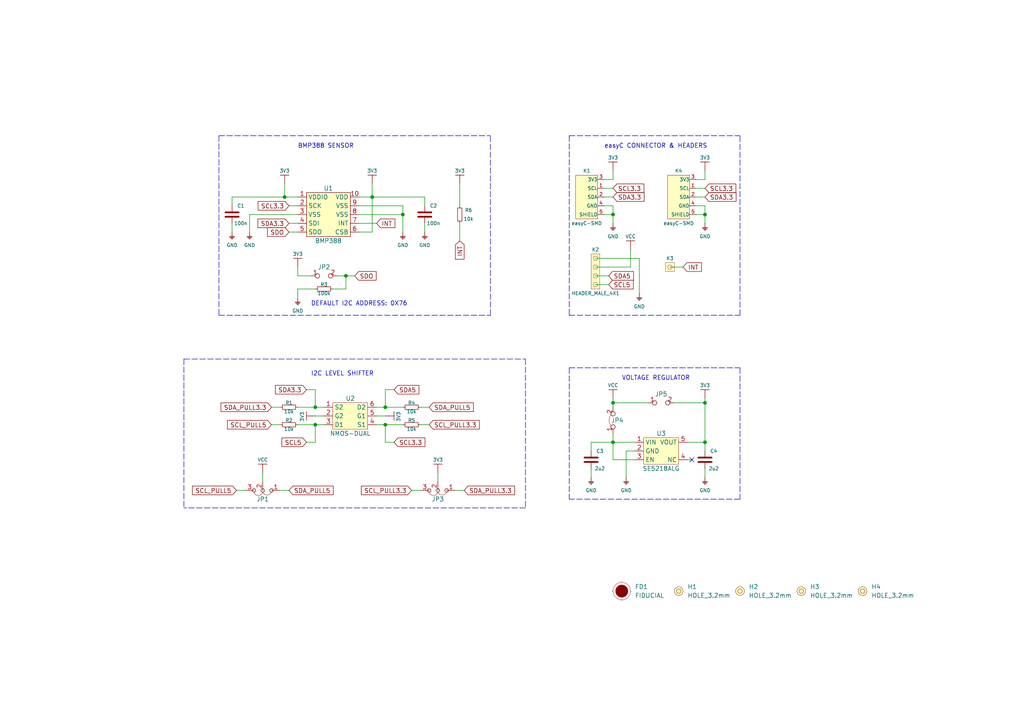
<source format=kicad_sch>
(kicad_sch (version 20211123) (generator eeschema)

  (uuid e63e39d7-6ac0-4ffd-8aa3-1841a4541b55)

  (paper "A4")

  (title_block
    (title "Pressure & temperature sensor BMP388 breakout")
    (date "2023-10-31")
    (rev "V1.0.0.")
    (company "Soldered Electronics")
    (comment 1 "333311")
  )

  (lib_symbols
    (symbol "e-radionica.com schematics:0603C" (pin_numbers hide) (pin_names (offset 0.002)) (in_bom yes) (on_board yes)
      (property "Reference" "C" (id 0) (at 0 3.81 0)
        (effects (font (size 1 1)))
      )
      (property "Value" "0603C" (id 1) (at 0 -3.175 0)
        (effects (font (size 1 1)))
      )
      (property "Footprint" "e-radionica.com footprinti:0603C" (id 2) (at 0.635 -4.445 0)
        (effects (font (size 1 1)) hide)
      )
      (property "Datasheet" "" (id 3) (at 0 0 0)
        (effects (font (size 1 1)) hide)
      )
      (symbol "0603C_0_1"
        (polyline
          (pts
            (xy -0.635 1.905)
            (xy -0.635 -1.905)
          )
          (stroke (width 0.5) (type default) (color 0 0 0 0))
          (fill (type none))
        )
        (polyline
          (pts
            (xy 0.635 1.905)
            (xy 0.635 -1.905)
          )
          (stroke (width 0.5) (type default) (color 0 0 0 0))
          (fill (type none))
        )
      )
      (symbol "0603C_1_1"
        (pin passive line (at -2.54 0 0) (length 1.9)
          (name "~" (effects (font (size 1.27 1.27))))
          (number "1" (effects (font (size 1.27 1.27))))
        )
        (pin passive line (at 2.54 0 180) (length 1.9)
          (name "~" (effects (font (size 1.27 1.27))))
          (number "2" (effects (font (size 1.27 1.27))))
        )
      )
    )
    (symbol "e-radionica.com schematics:0603R" (pin_numbers hide) (pin_names (offset 0.254)) (in_bom yes) (on_board yes)
      (property "Reference" "R" (id 0) (at 0 1.27 0)
        (effects (font (size 1 1)))
      )
      (property "Value" "0603R" (id 1) (at 0 -1.905 0)
        (effects (font (size 1 1)))
      )
      (property "Footprint" "e-radionica.com footprinti:0603R" (id 2) (at 0 -3.81 0)
        (effects (font (size 1 1)) hide)
      )
      (property "Datasheet" "" (id 3) (at -0.635 1.905 0)
        (effects (font (size 1 1)) hide)
      )
      (symbol "0603R_0_1"
        (rectangle (start -1.905 0.635) (end 1.905 -0.635)
          (stroke (width 0.15) (type default) (color 0 0 0 0))
          (fill (type none))
        )
      )
      (symbol "0603R_1_1"
        (pin passive line (at -2.54 0 0) (length 0.63)
          (name "~" (effects (font (size 1.27 1.27))))
          (number "1" (effects (font (size 1.27 1.27))))
        )
        (pin passive line (at 2.54 0 180) (length 0.63)
          (name "~" (effects (font (size 1.27 1.27))))
          (number "2" (effects (font (size 1.27 1.27))))
        )
      )
    )
    (symbol "e-radionica.com schematics:3V3" (power) (pin_names (offset 0)) (in_bom yes) (on_board yes)
      (property "Reference" "#PWR" (id 0) (at 4.445 0 0)
        (effects (font (size 1 1)) hide)
      )
      (property "Value" "3V3" (id 1) (at 0 3.556 0)
        (effects (font (size 1 1)))
      )
      (property "Footprint" "" (id 2) (at 4.445 3.81 0)
        (effects (font (size 1 1)) hide)
      )
      (property "Datasheet" "" (id 3) (at 4.445 3.81 0)
        (effects (font (size 1 1)) hide)
      )
      (property "ki_keywords" "power-flag" (id 4) (at 0 0 0)
        (effects (font (size 1.27 1.27)) hide)
      )
      (property "ki_description" "Power symbol creates a global label with name \"3V3\"" (id 5) (at 0 0 0)
        (effects (font (size 1.27 1.27)) hide)
      )
      (symbol "3V3_0_1"
        (polyline
          (pts
            (xy -1.27 2.54)
            (xy 1.27 2.54)
          )
          (stroke (width 0.16) (type default) (color 0 0 0 0))
          (fill (type none))
        )
        (polyline
          (pts
            (xy 0 0)
            (xy 0 2.54)
          )
          (stroke (width 0) (type default) (color 0 0 0 0))
          (fill (type none))
        )
      )
      (symbol "3V3_1_1"
        (pin power_in line (at 0 0 90) (length 0) hide
          (name "3V3" (effects (font (size 1.27 1.27))))
          (number "1" (effects (font (size 1.27 1.27))))
        )
      )
    )
    (symbol "e-radionica.com schematics:BMP388" (in_bom yes) (on_board yes)
      (property "Reference" "U" (id 0) (at 0 7.62 0)
        (effects (font (size 1.27 1.27)))
      )
      (property "Value" "BMP388" (id 1) (at 0 -7.62 0)
        (effects (font (size 1.27 1.27)))
      )
      (property "Footprint" "e-radionica.com footprinti:BMP388" (id 2) (at 0 -10.16 0)
        (effects (font (size 1.27 1.27)) hide)
      )
      (property "Datasheet" "" (id 3) (at 0 0 0)
        (effects (font (size 1.27 1.27)) hide)
      )
      (property "ki_keywords" "pressure sensor" (id 4) (at 0 0 0)
        (effects (font (size 1.27 1.27)) hide)
      )
      (property "ki_description" "Pressure sensor" (id 5) (at 0 0 0)
        (effects (font (size 1.27 1.27)) hide)
      )
      (symbol "BMP388_0_1"
        (rectangle (start -6.35 6.35) (end 6.35 -6.35)
          (stroke (width 0.1524) (type default) (color 0 0 0 0))
          (fill (type background))
        )
      )
      (symbol "BMP388_1_1"
        (pin passive line (at -8.89 5.08 0) (length 2.54)
          (name "VDDIO" (effects (font (size 1.27 1.27))))
          (number "1" (effects (font (size 1.27 1.27))))
        )
        (pin passive line (at 8.89 5.08 180) (length 2.54)
          (name "VDD" (effects (font (size 1.27 1.27))))
          (number "10" (effects (font (size 1.27 1.27))))
        )
        (pin passive line (at -8.89 2.54 0) (length 2.54)
          (name "SCK" (effects (font (size 1.27 1.27))))
          (number "2" (effects (font (size 1.27 1.27))))
        )
        (pin passive line (at -8.89 0 0) (length 2.54)
          (name "VSS" (effects (font (size 1.27 1.27))))
          (number "3" (effects (font (size 1.27 1.27))))
        )
        (pin passive line (at -8.89 -2.54 0) (length 2.54)
          (name "SDI" (effects (font (size 1.27 1.27))))
          (number "4" (effects (font (size 1.27 1.27))))
        )
        (pin passive line (at -8.89 -5.08 0) (length 2.54)
          (name "SDO" (effects (font (size 1.27 1.27))))
          (number "5" (effects (font (size 1.27 1.27))))
        )
        (pin passive line (at 8.89 -5.08 180) (length 2.54)
          (name "CSB" (effects (font (size 1.27 1.27))))
          (number "6" (effects (font (size 1.27 1.27))))
        )
        (pin passive line (at 8.89 -2.54 180) (length 2.54)
          (name "INT" (effects (font (size 1.27 1.27))))
          (number "7" (effects (font (size 1.27 1.27))))
        )
        (pin passive line (at 8.89 0 180) (length 2.54)
          (name "VSS" (effects (font (size 1.27 1.27))))
          (number "8" (effects (font (size 1.27 1.27))))
        )
        (pin passive line (at 8.89 2.54 180) (length 2.54)
          (name "VSS" (effects (font (size 1.27 1.27))))
          (number "9" (effects (font (size 1.27 1.27))))
        )
      )
    )
    (symbol "e-radionica.com schematics:FIDUCIAL" (in_bom no) (on_board yes)
      (property "Reference" "FD" (id 0) (at 0 3.81 0)
        (effects (font (size 1.27 1.27)))
      )
      (property "Value" "FIDUCIAL" (id 1) (at 0 -3.81 0)
        (effects (font (size 1.27 1.27)))
      )
      (property "Footprint" "e-radionica.com footprinti:FIDUCIAL_23" (id 2) (at 0.254 -5.334 0)
        (effects (font (size 1.27 1.27)) hide)
      )
      (property "Datasheet" "" (id 3) (at 0 0 0)
        (effects (font (size 1.27 1.27)) hide)
      )
      (symbol "FIDUCIAL_0_1"
        (polyline
          (pts
            (xy -2.54 0)
            (xy -2.794 0)
          )
          (stroke (width 0.0006) (type default) (color 0 0 0 0))
          (fill (type none))
        )
        (polyline
          (pts
            (xy 0 -2.54)
            (xy 0 -2.794)
          )
          (stroke (width 0.0006) (type default) (color 0 0 0 0))
          (fill (type none))
        )
        (polyline
          (pts
            (xy 0 2.54)
            (xy 0 2.794)
          )
          (stroke (width 0.0006) (type default) (color 0 0 0 0))
          (fill (type none))
        )
        (polyline
          (pts
            (xy 2.54 0)
            (xy 2.794 0)
          )
          (stroke (width 0.0006) (type default) (color 0 0 0 0))
          (fill (type none))
        )
        (circle (center 0 0) (radius 1.7961)
          (stroke (width 0.001) (type default) (color 0 0 0 0))
          (fill (type outline))
        )
        (circle (center 0 0) (radius 2.54)
          (stroke (width 0.0006) (type default) (color 0 0 0 0))
          (fill (type none))
        )
      )
    )
    (symbol "e-radionica.com schematics:GND" (power) (pin_names (offset 0)) (in_bom yes) (on_board yes)
      (property "Reference" "#PWR" (id 0) (at 4.445 0 0)
        (effects (font (size 1 1)) hide)
      )
      (property "Value" "GND" (id 1) (at 0 -2.921 0)
        (effects (font (size 1 1)))
      )
      (property "Footprint" "" (id 2) (at 4.445 3.81 0)
        (effects (font (size 1 1)) hide)
      )
      (property "Datasheet" "" (id 3) (at 4.445 3.81 0)
        (effects (font (size 1 1)) hide)
      )
      (property "ki_keywords" "power-flag" (id 4) (at 0 0 0)
        (effects (font (size 1.27 1.27)) hide)
      )
      (property "ki_description" "Power symbol creates a global label with name \"GND\"" (id 5) (at 0 0 0)
        (effects (font (size 1.27 1.27)) hide)
      )
      (symbol "GND_0_1"
        (polyline
          (pts
            (xy -0.762 -1.27)
            (xy 0.762 -1.27)
          )
          (stroke (width 0.16) (type default) (color 0 0 0 0))
          (fill (type none))
        )
        (polyline
          (pts
            (xy -0.635 -1.524)
            (xy 0.635 -1.524)
          )
          (stroke (width 0.16) (type default) (color 0 0 0 0))
          (fill (type none))
        )
        (polyline
          (pts
            (xy -0.381 -1.778)
            (xy 0.381 -1.778)
          )
          (stroke (width 0.16) (type default) (color 0 0 0 0))
          (fill (type none))
        )
        (polyline
          (pts
            (xy -0.127 -2.032)
            (xy 0.127 -2.032)
          )
          (stroke (width 0.16) (type default) (color 0 0 0 0))
          (fill (type none))
        )
        (polyline
          (pts
            (xy 0 0)
            (xy 0 -1.27)
          )
          (stroke (width 0.16) (type default) (color 0 0 0 0))
          (fill (type none))
        )
      )
      (symbol "GND_1_1"
        (pin power_in line (at 0 0 270) (length 0) hide
          (name "GND" (effects (font (size 1.27 1.27))))
          (number "1" (effects (font (size 1.27 1.27))))
        )
      )
    )
    (symbol "e-radionica.com schematics:HEADER_MALE_1X1" (pin_numbers hide) (pin_names hide) (in_bom yes) (on_board yes)
      (property "Reference" "K" (id 0) (at 0 2.54 0)
        (effects (font (size 1 1)))
      )
      (property "Value" "HEADER_MALE_1X1" (id 1) (at 0 -2.54 0)
        (effects (font (size 1 1)))
      )
      (property "Footprint" "e-radionica.com footprinti:HEADER_MALE_1X1" (id 2) (at 0 -3.81 0)
        (effects (font (size 1 1)) hide)
      )
      (property "Datasheet" "" (id 3) (at 0 0 0)
        (effects (font (size 1 1)) hide)
      )
      (symbol "HEADER_MALE_1X1_0_1"
        (rectangle (start -1.27 1.27) (end 1.27 -1.27)
          (stroke (width 0.001) (type default) (color 0 0 0 0))
          (fill (type background))
        )
        (circle (center 0 0) (radius 0.635)
          (stroke (width 0.0006) (type default) (color 0 0 0 0))
          (fill (type none))
        )
      )
      (symbol "HEADER_MALE_1X1_1_1"
        (pin passive line (at 0 0 180) (length 0)
          (name "~" (effects (font (size 1 1))))
          (number "1" (effects (font (size 1 1))))
        )
      )
    )
    (symbol "e-radionica.com schematics:HEADER_MALE_4X1" (pin_numbers hide) (pin_names hide) (in_bom yes) (on_board yes)
      (property "Reference" "K" (id 0) (at 0 7.62 0)
        (effects (font (size 1 1)))
      )
      (property "Value" "HEADER_MALE_4X1" (id 1) (at 0 -5.08 0)
        (effects (font (size 1 1)))
      )
      (property "Footprint" "e-radionica.com footprinti:HEADER_MALE_4X1" (id 2) (at 0 -6.35 0)
        (effects (font (size 1 1)) hide)
      )
      (property "Datasheet" "" (id 3) (at 0 -2.54 0)
        (effects (font (size 1 1)) hide)
      )
      (symbol "HEADER_MALE_4X1_0_1"
        (circle (center 0 -2.54) (radius 0.635)
          (stroke (width 0.0006) (type default) (color 0 0 0 0))
          (fill (type none))
        )
        (circle (center 0 0) (radius 0.635)
          (stroke (width 0.0006) (type default) (color 0 0 0 0))
          (fill (type none))
        )
        (circle (center 0 2.54) (radius 0.635)
          (stroke (width 0.0006) (type default) (color 0 0 0 0))
          (fill (type none))
        )
        (circle (center 0 5.08) (radius 0.635)
          (stroke (width 0.0006) (type default) (color 0 0 0 0))
          (fill (type none))
        )
        (rectangle (start 1.27 -3.81) (end -1.27 6.35)
          (stroke (width 0.001) (type default) (color 0 0 0 0))
          (fill (type background))
        )
      )
      (symbol "HEADER_MALE_4X1_1_1"
        (pin passive line (at 0 -2.54 180) (length 0)
          (name "~" (effects (font (size 1 1))))
          (number "1" (effects (font (size 1 1))))
        )
        (pin passive line (at 0 0 180) (length 0)
          (name "~" (effects (font (size 1 1))))
          (number "2" (effects (font (size 1 1))))
        )
        (pin passive line (at 0 2.54 180) (length 0)
          (name "~" (effects (font (size 1 1))))
          (number "3" (effects (font (size 1 1))))
        )
        (pin passive line (at 0 5.08 180) (length 0)
          (name "~" (effects (font (size 1 1))))
          (number "4" (effects (font (size 1 1))))
        )
      )
    )
    (symbol "e-radionica.com schematics:HOLE_3.2mm" (pin_numbers hide) (pin_names hide) (in_bom yes) (on_board yes)
      (property "Reference" "H" (id 0) (at 0 2.54 0)
        (effects (font (size 1.27 1.27)))
      )
      (property "Value" "HOLE_3.2mm" (id 1) (at 0 -2.54 0)
        (effects (font (size 1.27 1.27)))
      )
      (property "Footprint" "e-radionica.com footprinti:HOLE_3.2mm" (id 2) (at 0 -5.08 0)
        (effects (font (size 1.27 1.27)) hide)
      )
      (property "Datasheet" "" (id 3) (at 0 0 0)
        (effects (font (size 1.27 1.27)) hide)
      )
      (symbol "HOLE_3.2mm_0_1"
        (circle (center 0 0) (radius 0.635)
          (stroke (width 0.1) (type default) (color 0 0 0 0))
          (fill (type none))
        )
        (circle (center 0 0) (radius 1.27)
          (stroke (width 0.1) (type default) (color 0 0 0 0))
          (fill (type background))
        )
      )
    )
    (symbol "e-radionica.com schematics:NMOS-DUAL" (in_bom yes) (on_board yes)
      (property "Reference" "U" (id 0) (at 0 5.08 0)
        (effects (font (size 1.27 1.27)))
      )
      (property "Value" "NMOS-DUAL" (id 1) (at 0 -5.08 0)
        (effects (font (size 1.27 1.27)))
      )
      (property "Footprint" "e-radionica.com footprinti:SOT-363" (id 2) (at 0 -7.62 0)
        (effects (font (size 1.27 1.27)) hide)
      )
      (property "Datasheet" "" (id 3) (at 0 -2.54 0)
        (effects (font (size 1.27 1.27)) hide)
      )
      (property "ki_description" "L2N7002SDW1T1G DUAL NMOS" (id 4) (at 0 0 0)
        (effects (font (size 1.27 1.27)) hide)
      )
      (symbol "NMOS-DUAL_0_1"
        (rectangle (start -5.08 3.81) (end 5.08 -3.81)
          (stroke (width 0.1) (type default) (color 0 0 0 0))
          (fill (type background))
        )
      )
      (symbol "NMOS-DUAL_1_1"
        (pin input line (at -7.62 2.54 0) (length 2.54)
          (name "S2" (effects (font (size 1.27 1.27))))
          (number "1" (effects (font (size 1.27 1.27))))
        )
        (pin input line (at -7.62 0 0) (length 2.54)
          (name "G2" (effects (font (size 1.27 1.27))))
          (number "2" (effects (font (size 1.27 1.27))))
        )
        (pin input line (at -7.62 -2.54 0) (length 2.54)
          (name "D1" (effects (font (size 1.27 1.27))))
          (number "3" (effects (font (size 1.27 1.27))))
        )
        (pin input line (at 7.62 -2.54 180) (length 2.54)
          (name "S1" (effects (font (size 1.27 1.27))))
          (number "4" (effects (font (size 1.27 1.27))))
        )
        (pin input line (at 7.62 0 180) (length 2.54)
          (name "G1" (effects (font (size 1.27 1.27))))
          (number "5" (effects (font (size 1.27 1.27))))
        )
        (pin input line (at 7.62 2.54 180) (length 2.54)
          (name "D2" (effects (font (size 1.27 1.27))))
          (number "6" (effects (font (size 1.27 1.27))))
        )
      )
    )
    (symbol "e-radionica.com schematics:SE5218" (in_bom yes) (on_board yes)
      (property "Reference" "U" (id 0) (at 0 5.08 0)
        (effects (font (size 1.27 1.27)))
      )
      (property "Value" "SE5218" (id 1) (at 0 -5.08 0)
        (effects (font (size 1.27 1.27)))
      )
      (property "Footprint" "e-radionica.com footprinti:SOT-23-5" (id 2) (at 0 -7.62 0)
        (effects (font (size 1.27 1.27)) hide)
      )
      (property "Datasheet" "" (id 3) (at 0 0 0)
        (effects (font (size 1.27 1.27)) hide)
      )
      (symbol "SE5218_0_1"
        (rectangle (start -5.08 3.81) (end 5.08 -3.81)
          (stroke (width 0.1) (type default) (color 0 0 0 0))
          (fill (type background))
        )
      )
      (symbol "SE5218_1_1"
        (pin power_in line (at -7.62 2.54 0) (length 2.54)
          (name "VIN" (effects (font (size 1.27 1.27))))
          (number "1" (effects (font (size 1.27 1.27))))
        )
        (pin power_in line (at -7.62 0 0) (length 2.54)
          (name "GND" (effects (font (size 1.27 1.27))))
          (number "2" (effects (font (size 1.27 1.27))))
        )
        (pin input line (at -7.62 -2.54 0) (length 2.54)
          (name "EN" (effects (font (size 1.27 1.27))))
          (number "3" (effects (font (size 1.27 1.27))))
        )
        (pin passive line (at 7.62 -2.54 180) (length 2.54)
          (name "NC" (effects (font (size 1.27 1.27))))
          (number "4" (effects (font (size 1.27 1.27))))
        )
        (pin power_out line (at 7.62 2.54 180) (length 2.54)
          (name "VOUT" (effects (font (size 1.27 1.27))))
          (number "5" (effects (font (size 1.27 1.27))))
        )
      )
    )
    (symbol "e-radionica.com schematics:SMD-JUMPER-CONNECTED_TRACE_SOLDERMASK" (in_bom yes) (on_board yes)
      (property "Reference" "JP" (id 0) (at 0 3.556 0)
        (effects (font (size 1.27 1.27)))
      )
      (property "Value" "SMD-JUMPER-CONNECTED_TRACE_SOLDERMASK" (id 1) (at 0 -2.54 0)
        (effects (font (size 1.27 1.27)))
      )
      (property "Footprint" "e-radionica.com footprinti:SMD-JUMPER-CONNECTED_TRACE_SOLDERMASK" (id 2) (at 0 -5.715 0)
        (effects (font (size 1.27 1.27)) hide)
      )
      (property "Datasheet" "" (id 3) (at 0 0 0)
        (effects (font (size 1.27 1.27)) hide)
      )
      (symbol "SMD-JUMPER-CONNECTED_TRACE_SOLDERMASK_0_1"
        (arc (start 1.5845 0.5996) (mid -0.0202 1.1519) (end -1.6159 0.5742)
          (stroke (width 0.1) (type default) (color 0 0 0 0))
          (fill (type none))
        )
      )
      (symbol "SMD-JUMPER-CONNECTED_TRACE_SOLDERMASK_1_1"
        (pin passive inverted (at -3.81 0 0) (length 2.54)
          (name "" (effects (font (size 1.27 1.27))))
          (number "1" (effects (font (size 1.27 1.27))))
        )
        (pin passive inverted (at 3.81 0 180) (length 2.54)
          (name "" (effects (font (size 1.27 1.27))))
          (number "2" (effects (font (size 1.27 1.27))))
        )
      )
    )
    (symbol "e-radionica.com schematics:SMD_JUMPER" (in_bom yes) (on_board yes)
      (property "Reference" "JP" (id 0) (at 0 1.397 0)
        (effects (font (size 1.27 1.27)))
      )
      (property "Value" "SMD_JUMPER" (id 1) (at 0 -2.54 0)
        (effects (font (size 1.27 1.27)))
      )
      (property "Footprint" "e-radionica.com footprinti:SMD_JUMPER" (id 2) (at 0 -5.08 0)
        (effects (font (size 1.27 1.27)) hide)
      )
      (property "Datasheet" "" (id 3) (at 0 0 0)
        (effects (font (size 1.27 1.27)) hide)
      )
      (symbol "SMD_JUMPER_1_1"
        (pin passive inverted (at -3.81 0 0) (length 2.54)
          (name "" (effects (font (size 1.27 1.27))))
          (number "1" (effects (font (size 1.27 1.27))))
        )
        (pin passive inverted (at 3.81 0 180) (length 2.54)
          (name "" (effects (font (size 1.27 1.27))))
          (number "2" (effects (font (size 1.27 1.27))))
        )
      )
    )
    (symbol "e-radionica.com schematics:SMD_JUMPER_3_PAD_TRACE" (in_bom yes) (on_board yes)
      (property "Reference" "JP" (id 0) (at 0 2.54 0)
        (effects (font (size 1.27 1.27)))
      )
      (property "Value" "SMD_JUMPER_3_PAD_TRACE" (id 1) (at 0.3048 -4.572 0)
        (effects (font (size 1.27 1.27)))
      )
      (property "Footprint" "e-radionica.com footprinti:SMD_JUMPER_3_PAD_TRACE" (id 2) (at 0 -7.62 0)
        (effects (font (size 1.27 1.27)) hide)
      )
      (property "Datasheet" "" (id 3) (at 0 0 0)
        (effects (font (size 1.27 1.27)) hide)
      )
      (symbol "SMD_JUMPER_3_PAD_TRACE_0_1"
        (circle (center -2.54 0) (radius 0.508)
          (stroke (width 0.1524) (type default) (color 0 0 0 0))
          (fill (type none))
        )
        (circle (center 0 0) (radius 0.508)
          (stroke (width 0.1524) (type default) (color 0 0 0 0))
          (fill (type none))
        )
        (arc (start 0 0.508) (mid -1.27 1.3552) (end -2.54 0.508)
          (stroke (width 0.1) (type default) (color 0 0 0 0))
          (fill (type none))
        )
        (circle (center 2.54 0) (radius 0.508)
          (stroke (width 0.1524) (type default) (color 0 0 0 0))
          (fill (type none))
        )
        (arc (start 2.54 0.508) (mid 1.27 1.4777) (end 0 0.508)
          (stroke (width 0.1) (type default) (color 0 0 0 0))
          (fill (type none))
        )
      )
      (symbol "SMD_JUMPER_3_PAD_TRACE_1_1"
        (pin input line (at -5.08 0 0) (length 2.54)
          (name "" (effects (font (size 1.27 1.27))))
          (number "1" (effects (font (size 1.27 1.27))))
        )
        (pin input line (at 0 -2.54 90) (length 2.54)
          (name "" (effects (font (size 1.27 1.27))))
          (number "2" (effects (font (size 1.27 1.27))))
        )
        (pin input line (at 5.08 0 180) (length 2.54)
          (name "" (effects (font (size 1.27 1.27))))
          (number "3" (effects (font (size 1.27 1.27))))
        )
      )
    )
    (symbol "e-radionica.com schematics:VCC" (power) (pin_names (offset 0)) (in_bom yes) (on_board yes)
      (property "Reference" "#PWR" (id 0) (at 4.445 0 0)
        (effects (font (size 1 1)) hide)
      )
      (property "Value" "VCC" (id 1) (at 0 3.556 0)
        (effects (font (size 1 1)))
      )
      (property "Footprint" "" (id 2) (at 4.445 3.81 0)
        (effects (font (size 1 1)) hide)
      )
      (property "Datasheet" "" (id 3) (at 4.445 3.81 0)
        (effects (font (size 1 1)) hide)
      )
      (property "ki_keywords" "power-flag" (id 4) (at 0 0 0)
        (effects (font (size 1.27 1.27)) hide)
      )
      (property "ki_description" "Power symbol creates a global label with name \"VCC\"" (id 5) (at 0 0 0)
        (effects (font (size 1.27 1.27)) hide)
      )
      (symbol "VCC_0_1"
        (polyline
          (pts
            (xy -1.27 2.54)
            (xy 1.27 2.54)
          )
          (stroke (width 0.16) (type default) (color 0 0 0 0))
          (fill (type none))
        )
        (polyline
          (pts
            (xy 0 0)
            (xy 0 2.54)
          )
          (stroke (width 0) (type default) (color 0 0 0 0))
          (fill (type none))
        )
      )
      (symbol "VCC_1_1"
        (pin power_in line (at 0 0 90) (length 0) hide
          (name "VCC" (effects (font (size 1.27 1.27))))
          (number "1" (effects (font (size 1.27 1.27))))
        )
      )
    )
    (symbol "e-radionica.com schematics:easyC-SMD" (pin_names (offset 0.002)) (in_bom yes) (on_board yes)
      (property "Reference" "K" (id 0) (at 0 10.16 0)
        (effects (font (size 1 1)))
      )
      (property "Value" "easyC-SMD" (id 1) (at 0 -5.08 0)
        (effects (font (size 1 1)))
      )
      (property "Footprint" "e-radionica.com footprinti:easyC-connector" (id 2) (at 0 -6.35 0)
        (effects (font (size 1 1)) hide)
      )
      (property "Datasheet" "" (id 3) (at 3.175 2.54 0)
        (effects (font (size 1 1)) hide)
      )
      (symbol "easyC-SMD_0_1"
        (rectangle (start -3.175 8.89) (end 3.175 -3.81)
          (stroke (width 0.1) (type default) (color 0 0 0 0))
          (fill (type background))
        )
      )
      (symbol "easyC-SMD_1_1"
        (pin passive line (at 5.08 5.08 180) (length 1.9)
          (name "SCL" (effects (font (size 1 1))))
          (number "1" (effects (font (size 1 1))))
        )
        (pin passive line (at 5.08 2.54 180) (length 1.9)
          (name "SDA" (effects (font (size 1 1))))
          (number "2" (effects (font (size 1 1))))
        )
        (pin passive line (at 5.08 7.62 180) (length 1.9)
          (name "3V3" (effects (font (size 1 1))))
          (number "3" (effects (font (size 1 1))))
        )
        (pin passive line (at 5.08 0 180) (length 1.9)
          (name "GND" (effects (font (size 1 1))))
          (number "4" (effects (font (size 1 1))))
        )
        (pin passive line (at 5.08 -2.54 180) (length 1.9)
          (name "SHIELD" (effects (font (size 1 1))))
          (number "5" (effects (font (size 1 1))))
        )
      )
    )
  )

  (junction (at 91.44 123.19) (diameter 0) (color 0 0 0 0)
    (uuid 0149dcec-e145-4e6a-beea-7d8b319a03ee)
  )
  (junction (at 204.47 116.84) (diameter 0) (color 0 0 0 0)
    (uuid 1f7f935c-1486-4d74-a7be-35320430f56f)
  )
  (junction (at 177.8 62.23) (diameter 0) (color 0 0 0 0)
    (uuid 2110baad-e4b4-4960-8834-afb84f20cb92)
  )
  (junction (at 204.47 128.27) (diameter 0) (color 0 0 0 0)
    (uuid 35910c59-a18a-4ee6-9b05-ebb804fb63a1)
  )
  (junction (at 177.8 128.27) (diameter 0) (color 0 0 0 0)
    (uuid 3961e2a5-c095-48ee-b4e9-dfe587751186)
  )
  (junction (at 111.76 123.19) (diameter 0) (color 0 0 0 0)
    (uuid 3c1998a4-bc76-4c93-b78e-8e3758272ae8)
  )
  (junction (at 111.76 118.11) (diameter 0) (color 0 0 0 0)
    (uuid 49f6cbc6-853b-486d-a63b-b34529f13f7d)
  )
  (junction (at 100.33 80.01) (diameter 0) (color 0 0 0 0)
    (uuid 5104aeb9-fc89-4859-bafb-d6d3f337084e)
  )
  (junction (at 204.47 62.23) (diameter 0) (color 0 0 0 0)
    (uuid 5b01fd8d-c222-4900-9a68-ddf62c1dc6da)
  )
  (junction (at 177.8 116.84) (diameter 0) (color 0 0 0 0)
    (uuid 5b5e502c-bf84-433a-a49d-c54a0b5eb31b)
  )
  (junction (at 91.44 118.11) (diameter 0) (color 0 0 0 0)
    (uuid 70a720c9-b791-4eb6-9966-d48267bff5ee)
  )
  (junction (at 107.95 57.15) (diameter 0) (color 0 0 0 0)
    (uuid 7d70ddc6-97d8-4212-b91c-2d85f7e941f6)
  )
  (junction (at 82.55 57.15) (diameter 0) (color 0 0 0 0)
    (uuid ae367c57-68be-4c7c-afb9-67384a3bfca6)
  )
  (junction (at 116.84 62.23) (diameter 0) (color 0 0 0 0)
    (uuid bafdeffe-e057-414e-ba6a-e591a19236ff)
  )

  (no_connect (at 200.66 133.35) (uuid 4d82cbfd-8f3f-41ff-8ec1-67f0a6bb8e31))

  (wire (pts (xy 171.45 128.27) (xy 177.8 128.27))
    (stroke (width 0) (type default) (color 0 0 0 0))
    (uuid 006be536-b6e5-45c3-bd31-a76d39368d0c)
  )
  (wire (pts (xy 114.3 113.03) (xy 111.76 113.03))
    (stroke (width 0) (type default) (color 0 0 0 0))
    (uuid 00e4166c-bb83-4d31-975f-e812fb983203)
  )
  (wire (pts (xy 91.44 123.19) (xy 93.98 123.19))
    (stroke (width 0) (type default) (color 0 0 0 0))
    (uuid 03e74026-ce6d-4c8b-9e0a-95391d944e8c)
  )
  (wire (pts (xy 204.47 128.27) (xy 204.47 130.81))
    (stroke (width 0) (type default) (color 0 0 0 0))
    (uuid 073141ec-1432-4a69-b0e1-4c2239a20cd7)
  )
  (wire (pts (xy 185.42 85.09) (xy 185.42 74.93))
    (stroke (width 0) (type default) (color 0 0 0 0))
    (uuid 07372701-618d-452f-b1ac-f38570752211)
  )
  (polyline (pts (xy 152.4 147.32) (xy 53.34 147.32))
    (stroke (width 0) (type default) (color 0 0 0 0))
    (uuid 152f3174-8d46-4bc0-a3cf-7b09c435e4d3)
  )

  (wire (pts (xy 177.8 128.27) (xy 184.15 128.27))
    (stroke (width 0) (type default) (color 0 0 0 0))
    (uuid 17cb9c1b-d929-4c09-9065-f63bbec16d98)
  )
  (wire (pts (xy 181.61 138.43) (xy 181.61 130.81))
    (stroke (width 0) (type default) (color 0 0 0 0))
    (uuid 18a29fb8-d143-488f-9d86-1ce1f86a745f)
  )
  (wire (pts (xy 116.84 62.23) (xy 116.84 59.69))
    (stroke (width 0) (type default) (color 0 0 0 0))
    (uuid 1923f1dc-03ad-46e3-b320-14b31eb736a6)
  )
  (polyline (pts (xy 165.1 106.68) (xy 165.1 144.78))
    (stroke (width 0) (type default) (color 0 0 0 0))
    (uuid 1a4d3676-660d-4393-9ded-784623c63b93)
  )

  (wire (pts (xy 86.36 123.19) (xy 91.44 123.19))
    (stroke (width 0) (type default) (color 0 0 0 0))
    (uuid 1d44deb5-872a-48b8-bd68-db5169e59aec)
  )
  (wire (pts (xy 177.8 125.73) (xy 177.8 128.27))
    (stroke (width 0) (type default) (color 0 0 0 0))
    (uuid 1f00bf26-176b-42aa-ae62-dad54b86bf63)
  )
  (wire (pts (xy 116.84 67.31) (xy 116.84 62.23))
    (stroke (width 0) (type default) (color 0 0 0 0))
    (uuid 23ee828f-e2d7-4780-9e78-6d22cd1841e8)
  )
  (wire (pts (xy 111.76 128.27) (xy 111.76 123.19))
    (stroke (width 0) (type default) (color 0 0 0 0))
    (uuid 24efaac6-34f7-4c1d-b1c7-fd91811c51e2)
  )
  (polyline (pts (xy 214.63 106.68) (xy 214.63 144.78))
    (stroke (width 0) (type default) (color 0 0 0 0))
    (uuid 2a85a26b-e674-40e2-a9bd-a652b4333bc2)
  )

  (wire (pts (xy 119.38 142.24) (xy 121.92 142.24))
    (stroke (width 0) (type default) (color 0 0 0 0))
    (uuid 2ba72092-c47d-4682-ae4d-f81c09fa8698)
  )
  (polyline (pts (xy 165.1 39.37) (xy 165.1 91.44))
    (stroke (width 0) (type default) (color 0 0 0 0))
    (uuid 2c97f484-fb9f-40ff-a7eb-e189ef2a22d1)
  )

  (wire (pts (xy 121.92 118.11) (xy 124.46 118.11))
    (stroke (width 0) (type default) (color 0 0 0 0))
    (uuid 2d38282e-6251-4b94-8685-8f22439c7f62)
  )
  (wire (pts (xy 78.74 118.11) (xy 81.28 118.11))
    (stroke (width 0) (type default) (color 0 0 0 0))
    (uuid 32a62598-96e2-4d4f-b42c-54bfbda17ce4)
  )
  (wire (pts (xy 199.39 128.27) (xy 204.47 128.27))
    (stroke (width 0) (type default) (color 0 0 0 0))
    (uuid 33091f44-1271-450d-8844-588eacd37cb8)
  )
  (wire (pts (xy 204.47 62.23) (xy 204.47 64.77))
    (stroke (width 0) (type default) (color 0 0 0 0))
    (uuid 33eeeec8-2f37-4942-8f86-1f3779377615)
  )
  (wire (pts (xy 133.35 53.34) (xy 133.35 59.69))
    (stroke (width 0) (type default) (color 0 0 0 0))
    (uuid 3bb20e8d-3e82-488e-80db-6e7d45db45f1)
  )
  (wire (pts (xy 201.93 57.15) (xy 204.47 57.15))
    (stroke (width 0) (type default) (color 0 0 0 0))
    (uuid 3bb6f488-fd49-46c2-a40f-c58239b51b8f)
  )
  (wire (pts (xy 132.08 142.24) (xy 134.62 142.24))
    (stroke (width 0) (type default) (color 0 0 0 0))
    (uuid 4380defb-f951-4306-8b88-d98d84c1c104)
  )
  (wire (pts (xy 201.93 59.69) (xy 204.47 59.69))
    (stroke (width 0) (type default) (color 0 0 0 0))
    (uuid 477e96e2-9445-41ad-8d1a-1edc1257e509)
  )
  (wire (pts (xy 184.15 133.35) (xy 177.8 133.35))
    (stroke (width 0) (type default) (color 0 0 0 0))
    (uuid 478cbd48-b194-454a-8d8e-eb33610173c5)
  )
  (wire (pts (xy 96.52 83.82) (xy 100.33 83.82))
    (stroke (width 0) (type default) (color 0 0 0 0))
    (uuid 4b929235-438b-4008-9ce0-e98ff0298353)
  )
  (wire (pts (xy 78.74 123.19) (xy 81.28 123.19))
    (stroke (width 0) (type default) (color 0 0 0 0))
    (uuid 4f1ffdd6-1cf4-44d6-b761-e3e1aa4fb9b7)
  )
  (wire (pts (xy 91.44 118.11) (xy 93.98 118.11))
    (stroke (width 0) (type default) (color 0 0 0 0))
    (uuid 4f3fafe9-dbca-4553-b047-2813020ddaa2)
  )
  (wire (pts (xy 171.45 130.81) (xy 171.45 128.27))
    (stroke (width 0) (type default) (color 0 0 0 0))
    (uuid 50f932ea-c768-455b-8120-73150a696db5)
  )
  (wire (pts (xy 175.26 54.61) (xy 177.8 54.61))
    (stroke (width 0) (type default) (color 0 0 0 0))
    (uuid 519ee83a-55e4-46ba-b53e-858810c2da9a)
  )
  (wire (pts (xy 187.96 116.84) (xy 177.8 116.84))
    (stroke (width 0) (type default) (color 0 0 0 0))
    (uuid 52c4b354-3ac4-4db1-a59a-02017c3567d0)
  )
  (wire (pts (xy 82.55 57.15) (xy 86.36 57.15))
    (stroke (width 0) (type default) (color 0 0 0 0))
    (uuid 53558c54-62c1-4ece-8d6e-cebcfdd4931d)
  )
  (wire (pts (xy 123.19 64.77) (xy 123.19 67.31))
    (stroke (width 0) (type default) (color 0 0 0 0))
    (uuid 539e9a5d-510b-4584-a7a0-ff726ba09489)
  )
  (polyline (pts (xy 214.63 144.78) (xy 165.1 144.78))
    (stroke (width 0) (type default) (color 0 0 0 0))
    (uuid 541dba07-774b-4f29-9cc4-cdc74c6983d6)
  )

  (wire (pts (xy 76.2 137.16) (xy 76.2 139.7))
    (stroke (width 0) (type default) (color 0 0 0 0))
    (uuid 5798f524-4576-4470-983c-aadb204dba34)
  )
  (wire (pts (xy 177.8 116.84) (xy 177.8 118.11))
    (stroke (width 0) (type default) (color 0 0 0 0))
    (uuid 57fc6bbd-48e0-43e3-a586-d1eb5e151b5a)
  )
  (polyline (pts (xy 165.1 39.37) (xy 214.63 39.37))
    (stroke (width 0) (type default) (color 0 0 0 0))
    (uuid 58057263-17ad-4ee6-b85f-6a4af8f40dd6)
  )

  (wire (pts (xy 177.8 62.23) (xy 177.8 64.77))
    (stroke (width 0) (type default) (color 0 0 0 0))
    (uuid 5bcc0e23-2203-4ef9-9670-a093e78dc788)
  )
  (wire (pts (xy 201.93 62.23) (xy 204.47 62.23))
    (stroke (width 0) (type default) (color 0 0 0 0))
    (uuid 5daa7738-059b-4d39-8ced-c538e0fbc2ca)
  )
  (wire (pts (xy 172.72 77.47) (xy 182.88 77.47))
    (stroke (width 0) (type default) (color 0 0 0 0))
    (uuid 5f7282b5-d810-4005-8c43-a5051e70f88b)
  )
  (wire (pts (xy 107.95 57.15) (xy 104.14 57.15))
    (stroke (width 0) (type default) (color 0 0 0 0))
    (uuid 611d239c-7bb4-4580-be04-31aaf1b56b5f)
  )
  (wire (pts (xy 82.55 53.34) (xy 82.55 57.15))
    (stroke (width 0) (type default) (color 0 0 0 0))
    (uuid 63a9c5b1-0d35-4e3c-8b21-fcf2046bd9c8)
  )
  (wire (pts (xy 199.39 133.35) (xy 200.66 133.35))
    (stroke (width 0) (type default) (color 0 0 0 0))
    (uuid 675ab1d4-89e8-44dc-b9cc-81c516aa2872)
  )
  (wire (pts (xy 204.47 116.84) (xy 204.47 115.57))
    (stroke (width 0) (type default) (color 0 0 0 0))
    (uuid 68549bc0-3213-4db3-9059-3b8dfb5f7c69)
  )
  (wire (pts (xy 88.9 113.03) (xy 91.44 113.03))
    (stroke (width 0) (type default) (color 0 0 0 0))
    (uuid 694069b5-7e3f-4426-990b-6f63ca83c364)
  )
  (polyline (pts (xy 142.24 91.44) (xy 142.24 39.37))
    (stroke (width 0) (type default) (color 0 0 0 0))
    (uuid 69b9998e-a4e1-498f-9dbb-cbd5ef13efa9)
  )

  (wire (pts (xy 68.58 142.24) (xy 71.12 142.24))
    (stroke (width 0) (type default) (color 0 0 0 0))
    (uuid 69e78016-4308-462e-bbac-4ef5380c3a37)
  )
  (wire (pts (xy 107.95 53.34) (xy 107.95 57.15))
    (stroke (width 0) (type default) (color 0 0 0 0))
    (uuid 6a2e1acd-a638-4f82-ad6d-447fd8df6493)
  )
  (wire (pts (xy 67.31 57.15) (xy 82.55 57.15))
    (stroke (width 0) (type default) (color 0 0 0 0))
    (uuid 6aff9049-de85-4450-8c21-60b4202ba718)
  )
  (wire (pts (xy 109.22 118.11) (xy 111.76 118.11))
    (stroke (width 0) (type default) (color 0 0 0 0))
    (uuid 6b1bd961-2ddf-4ea1-8efd-f1a0186b355d)
  )
  (wire (pts (xy 121.92 123.19) (xy 124.46 123.19))
    (stroke (width 0) (type default) (color 0 0 0 0))
    (uuid 6c6c77ae-5652-47c0-9d52-e207ea8c8154)
  )
  (wire (pts (xy 111.76 118.11) (xy 116.84 118.11))
    (stroke (width 0) (type default) (color 0 0 0 0))
    (uuid 6c8c6572-1bab-42b9-a0c7-812bf8a955b6)
  )
  (wire (pts (xy 86.36 118.11) (xy 91.44 118.11))
    (stroke (width 0) (type default) (color 0 0 0 0))
    (uuid 6f316994-9075-49eb-97d4-e8064718e484)
  )
  (wire (pts (xy 100.33 80.01) (xy 102.87 80.01))
    (stroke (width 0) (type default) (color 0 0 0 0))
    (uuid 6fbe38ed-640c-463a-952c-a8c20b3fdaaf)
  )
  (polyline (pts (xy 152.4 104.14) (xy 152.4 147.32))
    (stroke (width 0) (type default) (color 0 0 0 0))
    (uuid 71f2ee6e-1c7f-4e82-8df8-fc1bd5e62701)
  )

  (wire (pts (xy 104.14 62.23) (xy 116.84 62.23))
    (stroke (width 0) (type default) (color 0 0 0 0))
    (uuid 73d2765d-dac3-4eb2-ba15-1c3b5a904fb8)
  )
  (polyline (pts (xy 63.5 39.37) (xy 63.5 91.44))
    (stroke (width 0) (type default) (color 0 0 0 0))
    (uuid 74a4acf5-3328-4990-bb7e-4fd1996c2517)
  )

  (wire (pts (xy 204.47 116.84) (xy 204.47 128.27))
    (stroke (width 0) (type default) (color 0 0 0 0))
    (uuid 7952b002-6689-4558-8e0c-bbe7421e0a8c)
  )
  (wire (pts (xy 107.95 57.15) (xy 123.19 57.15))
    (stroke (width 0) (type default) (color 0 0 0 0))
    (uuid 7c549cd1-8b27-4b29-99b0-9db44dd02d13)
  )
  (wire (pts (xy 67.31 64.77) (xy 67.31 67.31))
    (stroke (width 0) (type default) (color 0 0 0 0))
    (uuid 7ff4d8c8-2dd6-4d23-ae80-8d747445d513)
  )
  (polyline (pts (xy 165.1 106.68) (xy 214.63 106.68))
    (stroke (width 0) (type default) (color 0 0 0 0))
    (uuid 849e6c8b-e12d-4b0f-ac3c-f4f1630603e4)
  )

  (wire (pts (xy 91.44 113.03) (xy 91.44 118.11))
    (stroke (width 0) (type default) (color 0 0 0 0))
    (uuid 86446e2a-7135-413c-8c45-900c645ed6bc)
  )
  (wire (pts (xy 111.76 123.19) (xy 116.84 123.19))
    (stroke (width 0) (type default) (color 0 0 0 0))
    (uuid 899e0782-5cae-4de4-a340-f77220841793)
  )
  (wire (pts (xy 90.17 80.01) (xy 86.36 80.01))
    (stroke (width 0) (type default) (color 0 0 0 0))
    (uuid 89ae8c36-f9bb-4928-ad7f-8ec5583ff036)
  )
  (wire (pts (xy 123.19 57.15) (xy 123.19 59.69))
    (stroke (width 0) (type default) (color 0 0 0 0))
    (uuid 8c0ee465-39ed-466e-ab8f-1dbfd8ab87a1)
  )
  (polyline (pts (xy 214.63 91.44) (xy 214.63 39.37))
    (stroke (width 0) (type default) (color 0 0 0 0))
    (uuid 9423c896-00d8-4fcb-ad20-391995e30040)
  )

  (wire (pts (xy 177.8 116.84) (xy 177.8 115.57))
    (stroke (width 0) (type default) (color 0 0 0 0))
    (uuid 950149a4-e5b0-47fe-9d63-d7856e763759)
  )
  (wire (pts (xy 86.36 86.36) (xy 86.36 83.82))
    (stroke (width 0) (type default) (color 0 0 0 0))
    (uuid 9706f6fd-8ea6-4f1b-8de8-84020fd4dbc8)
  )
  (wire (pts (xy 177.8 52.07) (xy 177.8 49.53))
    (stroke (width 0) (type default) (color 0 0 0 0))
    (uuid 983da8cd-1e4b-4b22-80c8-82daf0f238fa)
  )
  (wire (pts (xy 91.44 128.27) (xy 91.44 123.19))
    (stroke (width 0) (type default) (color 0 0 0 0))
    (uuid 990c2182-e99b-4a4e-9a88-bbc9ea3a3194)
  )
  (wire (pts (xy 91.44 120.65) (xy 93.98 120.65))
    (stroke (width 0) (type default) (color 0 0 0 0))
    (uuid 9a11a6f7-1087-4ac6-baf2-8fd947f1693b)
  )
  (wire (pts (xy 194.31 77.47) (xy 198.12 77.47))
    (stroke (width 0) (type default) (color 0 0 0 0))
    (uuid 9aa015a5-e123-49a0-ac44-9d41a72ab578)
  )
  (wire (pts (xy 195.58 116.84) (xy 204.47 116.84))
    (stroke (width 0) (type default) (color 0 0 0 0))
    (uuid 9ad86654-69e7-43fb-ba30-ff1190f8faa7)
  )
  (wire (pts (xy 175.26 62.23) (xy 177.8 62.23))
    (stroke (width 0) (type default) (color 0 0 0 0))
    (uuid 9ccb59e9-ac22-40fa-8f2f-59d3227830c4)
  )
  (wire (pts (xy 204.47 59.69) (xy 204.47 62.23))
    (stroke (width 0) (type default) (color 0 0 0 0))
    (uuid 9d239897-9988-4d6f-84e3-f91cbbfd3e29)
  )
  (wire (pts (xy 109.22 123.19) (xy 111.76 123.19))
    (stroke (width 0) (type default) (color 0 0 0 0))
    (uuid 9e941156-892c-4b05-b2bb-abe20c4b6d32)
  )
  (wire (pts (xy 104.14 67.31) (xy 107.95 67.31))
    (stroke (width 0) (type default) (color 0 0 0 0))
    (uuid 9f5b4253-287a-4965-8aeb-8c1e0da06f10)
  )
  (polyline (pts (xy 63.5 91.44) (xy 142.24 91.44))
    (stroke (width 0) (type default) (color 0 0 0 0))
    (uuid 9fa1e862-98bb-4f22-8556-0a359f9b0ab1)
  )

  (wire (pts (xy 201.93 54.61) (xy 204.47 54.61))
    (stroke (width 0) (type default) (color 0 0 0 0))
    (uuid 9fa2b4ce-b0a6-4814-a71a-38e194a9f8d7)
  )
  (polyline (pts (xy 53.34 104.14) (xy 152.4 104.14))
    (stroke (width 0) (type default) (color 0 0 0 0))
    (uuid a2030a9d-bdf7-4fa2-9599-b250a7684b59)
  )

  (wire (pts (xy 100.33 80.01) (xy 100.33 83.82))
    (stroke (width 0) (type default) (color 0 0 0 0))
    (uuid a73fe63c-8021-4304-8650-a31a6d3e3806)
  )
  (wire (pts (xy 97.79 80.01) (xy 100.33 80.01))
    (stroke (width 0) (type default) (color 0 0 0 0))
    (uuid a8fdd0ff-8f6d-4a4e-92f3-ab381f24aa5e)
  )
  (wire (pts (xy 177.8 133.35) (xy 177.8 128.27))
    (stroke (width 0) (type default) (color 0 0 0 0))
    (uuid abe8ed58-b088-4401-b171-9d93e3074062)
  )
  (wire (pts (xy 201.93 52.07) (xy 204.47 52.07))
    (stroke (width 0) (type default) (color 0 0 0 0))
    (uuid aff70e0e-f8f6-4cf4-9e79-765a56d6b20a)
  )
  (wire (pts (xy 72.39 62.23) (xy 72.39 67.31))
    (stroke (width 0) (type default) (color 0 0 0 0))
    (uuid b1fdbedb-e3fd-4b3d-adce-8861f209cb26)
  )
  (wire (pts (xy 83.82 67.31) (xy 86.36 67.31))
    (stroke (width 0) (type default) (color 0 0 0 0))
    (uuid b2263b1e-13a4-4ad1-99bc-b2d95a7d568d)
  )
  (wire (pts (xy 175.26 52.07) (xy 177.8 52.07))
    (stroke (width 0) (type default) (color 0 0 0 0))
    (uuid b4676e3c-bf20-4744-9dea-a4fec06e338b)
  )
  (polyline (pts (xy 63.5 39.37) (xy 142.24 39.37))
    (stroke (width 0) (type default) (color 0 0 0 0))
    (uuid b9784ff0-e5bb-4d8b-8426-db6177161e14)
  )

  (wire (pts (xy 86.36 62.23) (xy 72.39 62.23))
    (stroke (width 0) (type default) (color 0 0 0 0))
    (uuid ba787fa0-2bed-41b6-80f9-9a95d6ad0715)
  )
  (wire (pts (xy 172.72 82.55) (xy 176.53 82.55))
    (stroke (width 0) (type default) (color 0 0 0 0))
    (uuid be60acfd-077b-4b67-a991-df5df3e9d0f8)
  )
  (wire (pts (xy 111.76 113.03) (xy 111.76 118.11))
    (stroke (width 0) (type default) (color 0 0 0 0))
    (uuid bff24775-8356-4fe9-8acc-4160e64782e8)
  )
  (wire (pts (xy 83.82 64.77) (xy 86.36 64.77))
    (stroke (width 0) (type default) (color 0 0 0 0))
    (uuid c5a281f1-2d1a-4bed-9703-b60ad68cd1d1)
  )
  (wire (pts (xy 181.61 130.81) (xy 184.15 130.81))
    (stroke (width 0) (type default) (color 0 0 0 0))
    (uuid c92b3801-f11f-4108-8971-35b85615021e)
  )
  (wire (pts (xy 182.88 77.47) (xy 182.88 72.39))
    (stroke (width 0) (type default) (color 0 0 0 0))
    (uuid d162e220-cc28-4271-b7c6-c2d093449bce)
  )
  (wire (pts (xy 81.28 142.24) (xy 83.82 142.24))
    (stroke (width 0) (type default) (color 0 0 0 0))
    (uuid d1782aa8-d4c2-4129-a500-e045e9b23ed4)
  )
  (wire (pts (xy 104.14 64.77) (xy 109.22 64.77))
    (stroke (width 0) (type default) (color 0 0 0 0))
    (uuid d27bf1fa-6b81-4149-8090-e69aac73085e)
  )
  (wire (pts (xy 185.42 74.93) (xy 172.72 74.93))
    (stroke (width 0) (type default) (color 0 0 0 0))
    (uuid d799bd5e-3914-432b-85b0-1ade692a6be0)
  )
  (wire (pts (xy 67.31 59.69) (xy 67.31 57.15))
    (stroke (width 0) (type default) (color 0 0 0 0))
    (uuid d7f078a5-0ebe-4b25-ba0b-04fe5686b329)
  )
  (wire (pts (xy 116.84 59.69) (xy 104.14 59.69))
    (stroke (width 0) (type default) (color 0 0 0 0))
    (uuid d9dac367-2e76-455b-a0e1-d1d46c466d83)
  )
  (wire (pts (xy 83.82 59.69) (xy 86.36 59.69))
    (stroke (width 0) (type default) (color 0 0 0 0))
    (uuid db63a4a7-032a-434b-b623-25db3e2b36ed)
  )
  (wire (pts (xy 171.45 135.89) (xy 171.45 138.43))
    (stroke (width 0) (type default) (color 0 0 0 0))
    (uuid dbe0a77c-d5eb-4d50-8489-026985dadbb2)
  )
  (wire (pts (xy 86.36 83.82) (xy 91.44 83.82))
    (stroke (width 0) (type default) (color 0 0 0 0))
    (uuid def586a1-b148-4b46-9e04-a75f652b4b00)
  )
  (wire (pts (xy 88.9 128.27) (xy 91.44 128.27))
    (stroke (width 0) (type default) (color 0 0 0 0))
    (uuid e03c70f3-4283-4a39-9b85-7cc58c6e36ff)
  )
  (wire (pts (xy 107.95 67.31) (xy 107.95 57.15))
    (stroke (width 0) (type default) (color 0 0 0 0))
    (uuid e073c62c-b9a0-47a8-9ddb-b26e5259b284)
  )
  (wire (pts (xy 175.26 59.69) (xy 177.8 59.69))
    (stroke (width 0) (type default) (color 0 0 0 0))
    (uuid e0a667ab-c57e-4dc6-8b7c-fee353179d50)
  )
  (polyline (pts (xy 165.1 91.44) (xy 214.63 91.44))
    (stroke (width 0) (type default) (color 0 0 0 0))
    (uuid e4366dbe-c26d-4b6b-8698-1f41a8d6f6b8)
  )

  (wire (pts (xy 177.8 59.69) (xy 177.8 62.23))
    (stroke (width 0) (type default) (color 0 0 0 0))
    (uuid e908c104-db3e-4d87-a7b1-b9d2d2355af1)
  )
  (wire (pts (xy 127 137.16) (xy 127 139.7))
    (stroke (width 0) (type default) (color 0 0 0 0))
    (uuid ef0bab64-7b47-4e00-a948-6359a777fa54)
  )
  (wire (pts (xy 204.47 52.07) (xy 204.47 49.53))
    (stroke (width 0) (type default) (color 0 0 0 0))
    (uuid f02c0157-bf91-4b1b-86c5-8385004b65df)
  )
  (wire (pts (xy 175.26 57.15) (xy 177.8 57.15))
    (stroke (width 0) (type default) (color 0 0 0 0))
    (uuid f039be26-8f40-4e4f-87e5-ec3f4c66e09d)
  )
  (wire (pts (xy 172.72 80.01) (xy 176.53 80.01))
    (stroke (width 0) (type default) (color 0 0 0 0))
    (uuid f26b0fba-df00-41bf-bf9a-3be2d862a76d)
  )
  (polyline (pts (xy 53.34 104.14) (xy 53.34 147.32))
    (stroke (width 0) (type default) (color 0 0 0 0))
    (uuid f5039257-f523-4960-b37c-829cc455d7d3)
  )

  (wire (pts (xy 86.36 77.47) (xy 86.36 80.01))
    (stroke (width 0) (type default) (color 0 0 0 0))
    (uuid f6e6b9e4-54e0-4048-8199-eb2c39b27d8f)
  )
  (wire (pts (xy 114.3 128.27) (xy 111.76 128.27))
    (stroke (width 0) (type default) (color 0 0 0 0))
    (uuid f7b65424-eea0-41da-bacb-7517d6a43e08)
  )
  (wire (pts (xy 109.22 120.65) (xy 111.76 120.65))
    (stroke (width 0) (type default) (color 0 0 0 0))
    (uuid f97f68ed-396a-406c-b08d-a853f58f953c)
  )
  (wire (pts (xy 204.47 135.89) (xy 204.47 138.43))
    (stroke (width 0) (type default) (color 0 0 0 0))
    (uuid fbf59747-069f-4499-9978-698913d3a0f1)
  )
  (wire (pts (xy 133.35 64.77) (xy 133.35 69.85))
    (stroke (width 0) (type default) (color 0 0 0 0))
    (uuid fd3653f2-3fc2-4d7e-a445-dbeddc880382)
  )

  (text "BMP388 SENSOR" (at 86.36 43.18 0)
    (effects (font (size 1.27 1.27)) (justify left bottom))
    (uuid 01753973-f7b4-4f72-aa50-0471ab4139e0)
  )
  (text "VOLTAGE REGULATOR" (at 180.34 110.49 0)
    (effects (font (size 1.27 1.27)) (justify left bottom))
    (uuid 529e1d5c-a47a-40de-bec1-7dcff9311e01)
  )
  (text "I2C LEVEL SHIFTER" (at 90.17 109.22 0)
    (effects (font (size 1.27 1.27)) (justify left bottom))
    (uuid 6395532c-d172-4d3e-9f2d-c365757ba8ce)
  )
  (text "easyC CONNECTOR & HEADERS" (at 175.26 43.18 0)
    (effects (font (size 1.27 1.27)) (justify left bottom))
    (uuid 68c0da99-c34f-4073-8b46-91897238a9d3)
  )
  (text "DEFAULT I2C ADDRESS: 0X76" (at 90.17 88.9 0)
    (effects (font (size 1.27 1.27)) (justify left bottom))
    (uuid 9361df03-2adc-4063-972a-764286fe57d0)
  )

  (global_label "SCL3.3" (shape input) (at 83.82 59.69 180) (fields_autoplaced)
    (effects (font (size 1.27 1.27)) (justify right))
    (uuid 061b6e68-303a-4f7d-bee2-74c405170421)
    (property "Intersheet References" "${INTERSHEET_REFS}" (id 0) (at 74.8755 59.7694 0)
      (effects (font (size 1.27 1.27)) (justify right) hide)
    )
  )
  (global_label "INT" (shape input) (at 198.12 77.47 0) (fields_autoplaced)
    (effects (font (size 1.27 1.27)) (justify left))
    (uuid 06c5df15-638f-416e-9375-db8d50a4cd05)
    (property "Intersheet References" "${INTERSHEET_REFS}" (id 0) (at 203.436 77.3906 0)
      (effects (font (size 1.27 1.27)) (justify left) hide)
    )
  )
  (global_label "INT" (shape input) (at 133.35 69.85 270) (fields_autoplaced)
    (effects (font (size 1.27 1.27)) (justify right))
    (uuid 25819a43-6a90-406c-a4b2-142ae9e82e82)
    (property "Intersheet References" "${INTERSHEET_REFS}" (id 0) (at 133.4294 75.166 90)
      (effects (font (size 1.27 1.27)) (justify right) hide)
    )
  )
  (global_label "SDA_PULL5" (shape input) (at 124.46 118.11 0) (fields_autoplaced)
    (effects (font (size 1.27 1.27)) (justify left))
    (uuid 3093fa21-4008-4c12-a469-c7726022f526)
    (property "Intersheet References" "${INTERSHEET_REFS}" (id 0) (at 137.275 118.0306 0)
      (effects (font (size 1.27 1.27)) (justify left) hide)
    )
  )
  (global_label "SCL3.3" (shape input) (at 177.8 54.61 0) (fields_autoplaced)
    (effects (font (size 1.27 1.27)) (justify left))
    (uuid 34f4e6c4-0c2c-44b3-adf3-fec31027a9e2)
    (property "Intersheet References" "${INTERSHEET_REFS}" (id 0) (at 186.7445 54.5306 0)
      (effects (font (size 1.27 1.27)) (justify left) hide)
    )
  )
  (global_label "SDA3.3" (shape input) (at 177.8 57.15 0) (fields_autoplaced)
    (effects (font (size 1.27 1.27)) (justify left))
    (uuid 380e2174-dc94-47bf-8ff6-612d43eee02b)
    (property "Intersheet References" "${INTERSHEET_REFS}" (id 0) (at 186.805 57.0706 0)
      (effects (font (size 1.27 1.27)) (justify left) hide)
    )
  )
  (global_label "SDA3.3" (shape input) (at 204.47 57.15 0) (fields_autoplaced)
    (effects (font (size 1.27 1.27)) (justify left))
    (uuid 41ac7aad-6c63-4bf7-bf4c-667ce5ad95df)
    (property "Intersheet References" "${INTERSHEET_REFS}" (id 0) (at 213.475 57.0706 0)
      (effects (font (size 1.27 1.27)) (justify left) hide)
    )
  )
  (global_label "INT" (shape input) (at 109.22 64.77 0) (fields_autoplaced)
    (effects (font (size 1.27 1.27)) (justify left))
    (uuid 665b9257-b3e7-4386-a57f-c25633692529)
    (property "Intersheet References" "${INTERSHEET_REFS}" (id 0) (at 114.536 64.6906 0)
      (effects (font (size 1.27 1.27)) (justify left) hide)
    )
  )
  (global_label "SCL5" (shape input) (at 88.9 128.27 180) (fields_autoplaced)
    (effects (font (size 1.27 1.27)) (justify right))
    (uuid 6ee5d7c8-02af-48be-a8ba-e6920add2f4e)
    (property "Intersheet References" "${INTERSHEET_REFS}" (id 0) (at 81.7698 128.3494 0)
      (effects (font (size 1.27 1.27)) (justify right) hide)
    )
  )
  (global_label "SCL3.3" (shape input) (at 204.47 54.61 0) (fields_autoplaced)
    (effects (font (size 1.27 1.27)) (justify left))
    (uuid 7424845b-1eca-40a5-a3dc-c7bc969d579c)
    (property "Intersheet References" "${INTERSHEET_REFS}" (id 0) (at 213.4145 54.5306 0)
      (effects (font (size 1.27 1.27)) (justify left) hide)
    )
  )
  (global_label "SCL_PULL3.3" (shape input) (at 119.38 142.24 180) (fields_autoplaced)
    (effects (font (size 1.27 1.27)) (justify right))
    (uuid 7cc6942c-fbb3-47ef-a93c-5deef5f43e75)
    (property "Intersheet References" "${INTERSHEET_REFS}" (id 0) (at 104.8112 142.3194 0)
      (effects (font (size 1.27 1.27)) (justify right) hide)
    )
  )
  (global_label "SDA3.3" (shape input) (at 83.82 64.77 180) (fields_autoplaced)
    (effects (font (size 1.27 1.27)) (justify right))
    (uuid 86be061c-78ba-4f10-a501-57a098902ed9)
    (property "Intersheet References" "${INTERSHEET_REFS}" (id 0) (at 74.815 64.8494 0)
      (effects (font (size 1.27 1.27)) (justify right) hide)
    )
  )
  (global_label "SCL_PULL5" (shape input) (at 78.74 123.19 180) (fields_autoplaced)
    (effects (font (size 1.27 1.27)) (justify right))
    (uuid 909fa8b5-4865-4d6b-bfe5-ef17b41ed035)
    (property "Intersheet References" "${INTERSHEET_REFS}" (id 0) (at 65.9855 123.2694 0)
      (effects (font (size 1.27 1.27)) (justify right) hide)
    )
  )
  (global_label "SDA_PULL3.3" (shape input) (at 78.74 118.11 180) (fields_autoplaced)
    (effects (font (size 1.27 1.27)) (justify right))
    (uuid 9a2840e3-57c5-4035-8839-c0e0c12e725a)
    (property "Intersheet References" "${INTERSHEET_REFS}" (id 0) (at 64.1107 118.1894 0)
      (effects (font (size 1.27 1.27)) (justify right) hide)
    )
  )
  (global_label "SCL3.3" (shape input) (at 114.3 128.27 0) (fields_autoplaced)
    (effects (font (size 1.27 1.27)) (justify left))
    (uuid 9fcba6ac-7bc6-4aed-96dd-a1af37c364ff)
    (property "Intersheet References" "${INTERSHEET_REFS}" (id 0) (at 123.2445 128.1906 0)
      (effects (font (size 1.27 1.27)) (justify left) hide)
    )
  )
  (global_label "SDO" (shape input) (at 83.82 67.31 180) (fields_autoplaced)
    (effects (font (size 1.27 1.27)) (justify right))
    (uuid a2e34172-52c0-4268-8571-5f3a57334850)
    (property "Intersheet References" "${INTERSHEET_REFS}" (id 0) (at 77.5969 67.3894 0)
      (effects (font (size 1.27 1.27)) (justify right) hide)
    )
  )
  (global_label "SDO" (shape input) (at 102.87 80.01 0) (fields_autoplaced)
    (effects (font (size 1.27 1.27)) (justify left))
    (uuid b3c5a2ea-b2b5-403b-ab34-44ac97abd9e5)
    (property "Intersheet References" "${INTERSHEET_REFS}" (id 0) (at 109.0931 79.9306 0)
      (effects (font (size 1.27 1.27)) (justify left) hide)
    )
  )
  (global_label "SCL_PULL5" (shape input) (at 68.58 142.24 180) (fields_autoplaced)
    (effects (font (size 1.27 1.27)) (justify right))
    (uuid b64e9b16-f281-4c57-864a-b57940f4a81c)
    (property "Intersheet References" "${INTERSHEET_REFS}" (id 0) (at 55.8255 142.3194 0)
      (effects (font (size 1.27 1.27)) (justify right) hide)
    )
  )
  (global_label "SDA_PULL3.3" (shape input) (at 134.62 142.24 0) (fields_autoplaced)
    (effects (font (size 1.27 1.27)) (justify left))
    (uuid bbd4f434-8f0e-4292-8460-acc6af6488f7)
    (property "Intersheet References" "${INTERSHEET_REFS}" (id 0) (at 149.2493 142.1606 0)
      (effects (font (size 1.27 1.27)) (justify left) hide)
    )
  )
  (global_label "SDA3.3" (shape input) (at 88.9 113.03 180) (fields_autoplaced)
    (effects (font (size 1.27 1.27)) (justify right))
    (uuid bbfa5051-7589-4299-9de1-e7aa8f159692)
    (property "Intersheet References" "${INTERSHEET_REFS}" (id 0) (at 79.895 113.1094 0)
      (effects (font (size 1.27 1.27)) (justify right) hide)
    )
  )
  (global_label "SCL5" (shape input) (at 176.53 82.55 0) (fields_autoplaced)
    (effects (font (size 1.27 1.27)) (justify left))
    (uuid cee99525-2518-4972-a19f-97f16bb3b922)
    (property "Intersheet References" "${INTERSHEET_REFS}" (id 0) (at 183.6602 82.4706 0)
      (effects (font (size 1.27 1.27)) (justify left) hide)
    )
  )
  (global_label "SDA5" (shape input) (at 114.3 113.03 0) (fields_autoplaced)
    (effects (font (size 1.27 1.27)) (justify left))
    (uuid d437a8c2-ed5b-428e-9f8c-e6c8a2717f35)
    (property "Intersheet References" "${INTERSHEET_REFS}" (id 0) (at 121.4907 112.9506 0)
      (effects (font (size 1.27 1.27)) (justify left) hide)
    )
  )
  (global_label "SCL_PULL3.3" (shape input) (at 124.46 123.19 0) (fields_autoplaced)
    (effects (font (size 1.27 1.27)) (justify left))
    (uuid ddac8fa8-d1c2-433d-b610-63df13e286fb)
    (property "Intersheet References" "${INTERSHEET_REFS}" (id 0) (at 139.0288 123.1106 0)
      (effects (font (size 1.27 1.27)) (justify left) hide)
    )
  )
  (global_label "SDA5" (shape input) (at 176.53 80.01 0) (fields_autoplaced)
    (effects (font (size 1.27 1.27)) (justify left))
    (uuid f5ff370a-f300-4577-b18d-5c4bec424748)
    (property "Intersheet References" "${INTERSHEET_REFS}" (id 0) (at 183.7207 79.9306 0)
      (effects (font (size 1.27 1.27)) (justify left) hide)
    )
  )
  (global_label "SDA_PULL5" (shape input) (at 83.82 142.24 0) (fields_autoplaced)
    (effects (font (size 1.27 1.27)) (justify left))
    (uuid fc0b777f-9c7c-4c5b-be60-f8a5b3a5eae9)
    (property "Intersheet References" "${INTERSHEET_REFS}" (id 0) (at 96.635 142.1606 0)
      (effects (font (size 1.27 1.27)) (justify left) hide)
    )
  )

  (symbol (lib_id "e-radionica.com schematics:GND") (at 185.42 85.09 0) (unit 1)
    (in_bom yes) (on_board yes)
    (uuid 0005453e-25c9-40fc-92df-1989d42f2fdb)
    (property "Reference" "#PWR020" (id 0) (at 189.865 85.09 0)
      (effects (font (size 1 1)) hide)
    )
    (property "Value" "GND" (id 1) (at 185.42 88.9 0)
      (effects (font (size 1 1)))
    )
    (property "Footprint" "" (id 2) (at 189.865 81.28 0)
      (effects (font (size 1 1)) hide)
    )
    (property "Datasheet" "" (id 3) (at 189.865 81.28 0)
      (effects (font (size 1 1)) hide)
    )
    (pin "1" (uuid 44880512-ccec-4654-b060-ede2c28bf51f))
  )

  (symbol (lib_id "e-radionica.com schematics:0603R") (at 119.38 123.19 0) (unit 1)
    (in_bom yes) (on_board yes)
    (uuid 09583384-0c1b-4e4d-9b80-04ca91af313b)
    (property "Reference" "R5" (id 0) (at 119.38 121.92 0)
      (effects (font (size 1 1)))
    )
    (property "Value" "10k" (id 1) (at 119.38 124.46 0)
      (effects (font (size 1 1)))
    )
    (property "Footprint" "e-radionica.com footprinti:0603R" (id 2) (at 119.38 127 0)
      (effects (font (size 1 1)) hide)
    )
    (property "Datasheet" "" (id 3) (at 118.745 121.285 0)
      (effects (font (size 1 1)) hide)
    )
    (pin "1" (uuid ff42246a-1602-4cc2-a1d5-dfd331588297))
    (pin "2" (uuid f68991f9-8cd6-4609-84ed-f523ad12dd63))
  )

  (symbol (lib_id "e-radionica.com schematics:BMP388") (at 95.25 62.23 0) (unit 1)
    (in_bom yes) (on_board yes)
    (uuid 122f2e75-a3c2-4a41-a1c2-c3fca77da3c2)
    (property "Reference" "U1" (id 0) (at 95.25 54.61 0))
    (property "Value" "BMP388" (id 1) (at 95.25 69.85 0))
    (property "Footprint" "e-radionica.com footprinti:BMP388" (id 2) (at 95.25 72.39 0)
      (effects (font (size 1.27 1.27)) hide)
    )
    (property "Datasheet" "" (id 3) (at 95.25 62.23 0)
      (effects (font (size 1.27 1.27)) hide)
    )
    (pin "1" (uuid 848470c0-08b9-4de1-9d57-0deb204c083d))
    (pin "10" (uuid aa02e2fb-38c6-4018-8403-0960476699ce))
    (pin "2" (uuid a83a01ce-201b-4d32-8fef-5f1149995028))
    (pin "3" (uuid 17f5815a-eae7-4352-93ff-9ca3d9df6bbf))
    (pin "4" (uuid 2f5e18d3-67df-49c3-8b3b-8492182a3e98))
    (pin "5" (uuid ff8d4098-a59a-4f20-ad6b-aa9815d0fb2d))
    (pin "6" (uuid 97981a46-7214-409d-a11a-7ff204a5e7ea))
    (pin "7" (uuid 8cdff2ea-ebc1-40be-a5ac-cefc5de68df5))
    (pin "8" (uuid 6c3eccf4-9d55-4a06-876a-b7619b1192bb))
    (pin "9" (uuid 3ddbb270-c234-4b80-9514-32e5719dcd0e))
  )

  (symbol (lib_id "e-radionica.com schematics:GND") (at 116.84 67.31 0) (unit 1)
    (in_bom yes) (on_board yes)
    (uuid 1a9a64bb-148f-4bdb-a3e9-38cc99170f8b)
    (property "Reference" "#PWR010" (id 0) (at 121.285 67.31 0)
      (effects (font (size 1 1)) hide)
    )
    (property "Value" "GND" (id 1) (at 116.84 71.12 0)
      (effects (font (size 1 1)))
    )
    (property "Footprint" "" (id 2) (at 121.285 63.5 0)
      (effects (font (size 1 1)) hide)
    )
    (property "Datasheet" "" (id 3) (at 121.285 63.5 0)
      (effects (font (size 1 1)) hide)
    )
    (pin "1" (uuid 441b2480-1c85-4b58-a551-9c428146d1ca))
  )

  (symbol (lib_id "e-radionica.com schematics:GND") (at 181.61 138.43 0) (unit 1)
    (in_bom yes) (on_board yes)
    (uuid 213db035-79a8-41f7-a8a5-3468e2fb77be)
    (property "Reference" "#PWR018" (id 0) (at 186.055 138.43 0)
      (effects (font (size 1 1)) hide)
    )
    (property "Value" "GND" (id 1) (at 181.61 142.24 0)
      (effects (font (size 1 1)))
    )
    (property "Footprint" "" (id 2) (at 186.055 134.62 0)
      (effects (font (size 1 1)) hide)
    )
    (property "Datasheet" "" (id 3) (at 186.055 134.62 0)
      (effects (font (size 1 1)) hide)
    )
    (pin "1" (uuid 251d1ed3-a1ee-4649-8f2b-f5680edcb2fd))
  )

  (symbol (lib_id "e-radionica.com schematics:0603R") (at 119.38 118.11 0) (unit 1)
    (in_bom yes) (on_board yes)
    (uuid 23b46754-54c1-44d3-a4c1-a4c9b72e8ab0)
    (property "Reference" "R4" (id 0) (at 119.38 116.84 0)
      (effects (font (size 1 1)))
    )
    (property "Value" "10k" (id 1) (at 119.38 119.38 0)
      (effects (font (size 1 1)))
    )
    (property "Footprint" "e-radionica.com footprinti:0603R" (id 2) (at 119.38 121.92 0)
      (effects (font (size 1 1)) hide)
    )
    (property "Datasheet" "" (id 3) (at 118.745 116.205 0)
      (effects (font (size 1 1)) hide)
    )
    (pin "1" (uuid a7920565-1d8a-4728-990f-5c0c1201a409))
    (pin "2" (uuid a888dacb-a9d8-43f9-915c-8b3d5dd640eb))
  )

  (symbol (lib_id "e-radionica.com schematics:GND") (at 204.47 138.43 0) (unit 1)
    (in_bom yes) (on_board yes)
    (uuid 27020de1-e7d9-4caf-8f64-8ca0900a9c53)
    (property "Reference" "#PWR024" (id 0) (at 208.915 138.43 0)
      (effects (font (size 1 1)) hide)
    )
    (property "Value" "GND" (id 1) (at 204.47 142.24 0)
      (effects (font (size 1 1)))
    )
    (property "Footprint" "" (id 2) (at 208.915 134.62 0)
      (effects (font (size 1 1)) hide)
    )
    (property "Datasheet" "" (id 3) (at 208.915 134.62 0)
      (effects (font (size 1 1)) hide)
    )
    (pin "1" (uuid 60abf821-b8ae-456a-9946-e8456d2d2228))
  )

  (symbol (lib_id "e-radionica.com schematics:HOLE_3.2mm") (at 232.41 171.45 0) (unit 1)
    (in_bom yes) (on_board yes) (fields_autoplaced)
    (uuid 29480ff9-49b1-4dc7-828c-66a0cf489276)
    (property "Reference" "H3" (id 0) (at 234.95 170.1799 0)
      (effects (font (size 1.27 1.27)) (justify left))
    )
    (property "Value" "HOLE_3.2mm" (id 1) (at 234.95 172.7199 0)
      (effects (font (size 1.27 1.27)) (justify left))
    )
    (property "Footprint" "e-radionica.com footprinti:HOLE_3.2mm" (id 2) (at 232.41 176.53 0)
      (effects (font (size 1.27 1.27)) hide)
    )
    (property "Datasheet" "" (id 3) (at 232.41 171.45 0)
      (effects (font (size 1.27 1.27)) hide)
    )
  )

  (symbol (lib_id "e-radionica.com schematics:easyC-SMD") (at 170.18 59.69 0) (unit 1)
    (in_bom yes) (on_board yes)
    (uuid 2f27bf98-7a45-4e5f-a583-1f95419030c8)
    (property "Reference" "K1" (id 0) (at 170.18 49.53 0)
      (effects (font (size 1 1)))
    )
    (property "Value" "easyC-SMD" (id 1) (at 170.18 64.77 0)
      (effects (font (size 1 1)))
    )
    (property "Footprint" "e-radionica.com footprinti:easyC-connector" (id 2) (at 170.18 66.04 0)
      (effects (font (size 1 1)) hide)
    )
    (property "Datasheet" "" (id 3) (at 173.355 57.15 0)
      (effects (font (size 1 1)) hide)
    )
    (pin "1" (uuid dc221e40-434e-40a5-bef3-2cfaa2d517de))
    (pin "2" (uuid 8d9480a7-11d8-4395-9358-004e3f7860f8))
    (pin "3" (uuid 961bafc9-0776-4fab-8dbe-383f8965f14b))
    (pin "4" (uuid e4078cc8-f9bb-4f03-bbc3-e6cbfd3a9f93))
    (pin "5" (uuid 7a7c0c4c-9609-434f-9479-2a02e083c11d))
  )

  (symbol (lib_id "e-radionica.com schematics:HOLE_3.2mm") (at 214.63 171.45 0) (unit 1)
    (in_bom yes) (on_board yes) (fields_autoplaced)
    (uuid 473867e7-6462-416e-81e3-7b6d0e24ef3f)
    (property "Reference" "H2" (id 0) (at 217.17 170.1799 0)
      (effects (font (size 1.27 1.27)) (justify left))
    )
    (property "Value" "HOLE_3.2mm" (id 1) (at 217.17 172.7199 0)
      (effects (font (size 1.27 1.27)) (justify left))
    )
    (property "Footprint" "e-radionica.com footprinti:HOLE_3.2mm" (id 2) (at 214.63 176.53 0)
      (effects (font (size 1.27 1.27)) hide)
    )
    (property "Datasheet" "" (id 3) (at 214.63 171.45 0)
      (effects (font (size 1.27 1.27)) hide)
    )
  )

  (symbol (lib_id "e-radionica.com schematics:0603R") (at 83.82 118.11 0) (unit 1)
    (in_bom yes) (on_board yes)
    (uuid 47c02eff-5996-44c1-8f85-805fe2dcbad9)
    (property "Reference" "R1" (id 0) (at 83.82 116.84 0)
      (effects (font (size 1 1)))
    )
    (property "Value" "10k" (id 1) (at 83.82 119.38 0)
      (effects (font (size 1 1)))
    )
    (property "Footprint" "e-radionica.com footprinti:0603R" (id 2) (at 83.82 121.92 0)
      (effects (font (size 1 1)) hide)
    )
    (property "Datasheet" "" (id 3) (at 83.185 116.205 0)
      (effects (font (size 1 1)) hide)
    )
    (pin "1" (uuid a9ca1b16-1483-42a3-93b4-d73f85dc3b98))
    (pin "2" (uuid baf29609-b179-4013-85f5-2e81482cc450))
  )

  (symbol (lib_id "e-radionica.com schematics:GND") (at 86.36 86.36 0) (unit 1)
    (in_bom yes) (on_board yes)
    (uuid 4927e8c5-e179-4e7a-9a5d-5a74b30167cb)
    (property "Reference" "#PWR06" (id 0) (at 90.805 86.36 0)
      (effects (font (size 1 1)) hide)
    )
    (property "Value" "GND" (id 1) (at 86.36 90.17 0)
      (effects (font (size 1 1)))
    )
    (property "Footprint" "" (id 2) (at 90.805 82.55 0)
      (effects (font (size 1 1)) hide)
    )
    (property "Datasheet" "" (id 3) (at 90.805 82.55 0)
      (effects (font (size 1 1)) hide)
    )
    (pin "1" (uuid 649b372b-bb31-4346-9e67-1fe7fb7e8f2b))
  )

  (symbol (lib_id "e-radionica.com schematics:3V3") (at 107.95 53.34 0) (unit 1)
    (in_bom yes) (on_board yes) (fields_autoplaced)
    (uuid 4ef7686b-697a-44e1-9476-e1d84970d996)
    (property "Reference" "#PWR08" (id 0) (at 112.395 53.34 0)
      (effects (font (size 1 1)) hide)
    )
    (property "Value" "3V3" (id 1) (at 107.95 49.53 0)
      (effects (font (size 1 1)))
    )
    (property "Footprint" "" (id 2) (at 112.395 49.53 0)
      (effects (font (size 1 1)) hide)
    )
    (property "Datasheet" "" (id 3) (at 112.395 49.53 0)
      (effects (font (size 1 1)) hide)
    )
    (pin "1" (uuid eceb723e-ed4e-46b0-9d3d-285e3e8fdd8d))
  )

  (symbol (lib_id "e-radionica.com schematics:0603C") (at 67.31 62.23 90) (unit 1)
    (in_bom yes) (on_board yes)
    (uuid 529af201-86b2-415b-9810-99851d6db7b8)
    (property "Reference" "C1" (id 0) (at 69.85 59.69 90)
      (effects (font (size 1 1)))
    )
    (property "Value" "100n" (id 1) (at 69.85 64.77 90)
      (effects (font (size 1 1)))
    )
    (property "Footprint" "e-radionica.com footprinti:0603C" (id 2) (at 71.755 61.595 0)
      (effects (font (size 1 1)) hide)
    )
    (property "Datasheet" "" (id 3) (at 67.31 62.23 0)
      (effects (font (size 1 1)) hide)
    )
    (pin "1" (uuid 0f53bd62-aa5f-4eb2-846a-d16b38c0ec61))
    (pin "2" (uuid 65cc77a1-c1ba-4fcc-a1be-8002e4030184))
  )

  (symbol (lib_id "e-radionica.com schematics:GND") (at 204.47 64.77 0) (unit 1)
    (in_bom yes) (on_board yes)
    (uuid 53a59542-87e8-4db5-a9d3-4c027b2f6d01)
    (property "Reference" "#PWR022" (id 0) (at 208.915 64.77 0)
      (effects (font (size 1 1)) hide)
    )
    (property "Value" "GND" (id 1) (at 204.47 68.58 0)
      (effects (font (size 1 1)))
    )
    (property "Footprint" "" (id 2) (at 208.915 60.96 0)
      (effects (font (size 1 1)) hide)
    )
    (property "Datasheet" "" (id 3) (at 208.915 60.96 0)
      (effects (font (size 1 1)) hide)
    )
    (pin "1" (uuid c43e3dd4-0108-4d8a-acf0-fc0a1e1cb2c2))
  )

  (symbol (lib_id "e-radionica.com schematics:3V3") (at 91.44 120.65 90) (unit 1)
    (in_bom yes) (on_board yes)
    (uuid 654edb43-9640-4e19-bb1f-25758aa62deb)
    (property "Reference" "#PWR07" (id 0) (at 91.44 116.205 0)
      (effects (font (size 1 1)) hide)
    )
    (property "Value" "3V3" (id 1) (at 87.63 119.38 0)
      (effects (font (size 1 1)) (justify right))
    )
    (property "Footprint" "" (id 2) (at 87.63 116.205 0)
      (effects (font (size 1 1)) hide)
    )
    (property "Datasheet" "" (id 3) (at 87.63 116.205 0)
      (effects (font (size 1 1)) hide)
    )
    (pin "1" (uuid f2c8e2dd-5676-4b58-9bac-9df9adc4fddf))
  )

  (symbol (lib_id "e-radionica.com schematics:0603C") (at 123.19 62.23 90) (unit 1)
    (in_bom yes) (on_board yes)
    (uuid 6832ba00-6cd1-4ebd-917a-1d649e009c3b)
    (property "Reference" "C2" (id 0) (at 125.73 59.69 90)
      (effects (font (size 1 1)))
    )
    (property "Value" "100n" (id 1) (at 125.73 64.77 90)
      (effects (font (size 1 1)))
    )
    (property "Footprint" "e-radionica.com footprinti:0603C" (id 2) (at 127.635 61.595 0)
      (effects (font (size 1 1)) hide)
    )
    (property "Datasheet" "" (id 3) (at 123.19 62.23 0)
      (effects (font (size 1 1)) hide)
    )
    (pin "1" (uuid 3c702fe9-2b93-4c01-a32c-7f6170e61f7a))
    (pin "2" (uuid 204c1946-95ad-4407-a612-da5ee90a30d3))
  )

  (symbol (lib_id "e-radionica.com schematics:3V3") (at 82.55 53.34 0) (unit 1)
    (in_bom yes) (on_board yes) (fields_autoplaced)
    (uuid 6865f722-f2ca-4518-b0ef-3cce96d99984)
    (property "Reference" "#PWR04" (id 0) (at 86.995 53.34 0)
      (effects (font (size 1 1)) hide)
    )
    (property "Value" "3V3" (id 1) (at 82.55 49.53 0)
      (effects (font (size 1 1)))
    )
    (property "Footprint" "" (id 2) (at 86.995 49.53 0)
      (effects (font (size 1 1)) hide)
    )
    (property "Datasheet" "" (id 3) (at 86.995 49.53 0)
      (effects (font (size 1 1)) hide)
    )
    (pin "1" (uuid 0b75b8dc-e2e1-4181-8cf0-02bee2ad40bc))
  )

  (symbol (lib_id "e-radionica.com schematics:HEADER_MALE_1X1") (at 194.31 77.47 0) (unit 1)
    (in_bom yes) (on_board yes)
    (uuid 68ac39ec-cf91-4ae6-855d-76046d7ff51b)
    (property "Reference" "K3" (id 0) (at 194.31 74.93 0)
      (effects (font (size 1 1)))
    )
    (property "Value" "HEADER_MALE_1X1" (id 1) (at 194.31 80.01 0)
      (effects (font (size 1 1)) hide)
    )
    (property "Footprint" "e-radionica.com footprinti:HEADER_MALE_1X1" (id 2) (at 194.31 81.28 0)
      (effects (font (size 1 1)) hide)
    )
    (property "Datasheet" "" (id 3) (at 194.31 77.47 0)
      (effects (font (size 1 1)) hide)
    )
    (pin "1" (uuid eaab82de-21b0-47a5-a87d-1c520bd53ef6))
  )

  (symbol (lib_id "e-radionica.com schematics:3V3") (at 204.47 49.53 0) (unit 1)
    (in_bom yes) (on_board yes) (fields_autoplaced)
    (uuid 6c3a4831-a2a6-4f66-8aaa-deca1d92c8f2)
    (property "Reference" "#PWR021" (id 0) (at 208.915 49.53 0)
      (effects (font (size 1 1)) hide)
    )
    (property "Value" "3V3" (id 1) (at 204.47 45.72 0)
      (effects (font (size 1 1)))
    )
    (property "Footprint" "" (id 2) (at 208.915 45.72 0)
      (effects (font (size 1 1)) hide)
    )
    (property "Datasheet" "" (id 3) (at 208.915 45.72 0)
      (effects (font (size 1 1)) hide)
    )
    (pin "1" (uuid fe65ed08-6cfe-46fb-9305-93c572215399))
  )

  (symbol (lib_id "e-radionica.com schematics:HOLE_3.2mm") (at 250.19 171.45 0) (unit 1)
    (in_bom yes) (on_board yes) (fields_autoplaced)
    (uuid 7023bc83-4c0b-4685-ae80-4126a77e1827)
    (property "Reference" "H4" (id 0) (at 252.73 170.1799 0)
      (effects (font (size 1.27 1.27)) (justify left))
    )
    (property "Value" "HOLE_3.2mm" (id 1) (at 252.73 172.7199 0)
      (effects (font (size 1.27 1.27)) (justify left))
    )
    (property "Footprint" "e-radionica.com footprinti:HOLE_3.2mm" (id 2) (at 250.19 176.53 0)
      (effects (font (size 1.27 1.27)) hide)
    )
    (property "Datasheet" "" (id 3) (at 250.19 171.45 0)
      (effects (font (size 1.27 1.27)) hide)
    )
  )

  (symbol (lib_id "e-radionica.com schematics:0603R") (at 133.35 62.23 90) (unit 1)
    (in_bom yes) (on_board yes)
    (uuid 724b01ae-65d3-4b03-8bab-f3209fae37a9)
    (property "Reference" "R6" (id 0) (at 135.89 60.96 90)
      (effects (font (size 1 1)))
    )
    (property "Value" "10k" (id 1) (at 135.89 63.5 90)
      (effects (font (size 1 1)))
    )
    (property "Footprint" "e-radionica.com footprinti:0603R" (id 2) (at 137.16 62.23 0)
      (effects (font (size 1 1)) hide)
    )
    (property "Datasheet" "" (id 3) (at 131.445 62.865 0)
      (effects (font (size 1 1)) hide)
    )
    (pin "1" (uuid 5f6dca9f-981a-4233-9841-931e0614bcc8))
    (pin "2" (uuid 21b39a56-f290-494a-b9c7-29522dc3b7f3))
  )

  (symbol (lib_id "e-radionica.com schematics:SMD_JUMPER_3_PAD_TRACE") (at 76.2 142.24 180) (unit 1)
    (in_bom yes) (on_board yes)
    (uuid 7b7c4cdd-20d3-4b13-919e-7b2482f33ab1)
    (property "Reference" "JP1" (id 0) (at 76.2 144.78 0))
    (property "Value" "SMD_JUMPER_3_PAD_TRACE" (id 1) (at 76.2 147.32 0)
      (effects (font (size 1.27 1.27)) hide)
    )
    (property "Footprint" "e-radionica.com footprinti:SMD_JUMPER_3_PAD_TRACE" (id 2) (at 76.2 134.62 0)
      (effects (font (size 1.27 1.27)) hide)
    )
    (property "Datasheet" "" (id 3) (at 76.2 142.24 0)
      (effects (font (size 1.27 1.27)) hide)
    )
    (pin "1" (uuid fcf50605-490c-4b4d-9e1d-433dc2711bc8))
    (pin "2" (uuid f20c842c-fe10-4b20-bee9-6d3935375566))
    (pin "3" (uuid 8b696b43-bd83-4af7-baf4-b6dc9cd0ba23))
  )

  (symbol (lib_id "e-radionica.com schematics:3V3") (at 133.35 53.34 0) (unit 1)
    (in_bom yes) (on_board yes) (fields_autoplaced)
    (uuid 850fba4e-781f-4133-8f9c-56c9da978dc0)
    (property "Reference" "#PWR013" (id 0) (at 137.795 53.34 0)
      (effects (font (size 1 1)) hide)
    )
    (property "Value" "3V3" (id 1) (at 133.35 49.53 0)
      (effects (font (size 1 1)))
    )
    (property "Footprint" "" (id 2) (at 137.795 49.53 0)
      (effects (font (size 1 1)) hide)
    )
    (property "Datasheet" "" (id 3) (at 137.795 49.53 0)
      (effects (font (size 1 1)) hide)
    )
    (pin "1" (uuid 79f0a3d0-3eac-4aea-b651-b472cbc7c655))
  )

  (symbol (lib_id "e-radionica.com schematics:GND") (at 177.8 64.77 0) (unit 1)
    (in_bom yes) (on_board yes)
    (uuid 93f1d5b0-2c3c-45d4-95cd-a36d6e616c84)
    (property "Reference" "#PWR016" (id 0) (at 182.245 64.77 0)
      (effects (font (size 1 1)) hide)
    )
    (property "Value" "GND" (id 1) (at 177.8 68.58 0)
      (effects (font (size 1 1)))
    )
    (property "Footprint" "" (id 2) (at 182.245 60.96 0)
      (effects (font (size 1 1)) hide)
    )
    (property "Datasheet" "" (id 3) (at 182.245 60.96 0)
      (effects (font (size 1 1)) hide)
    )
    (pin "1" (uuid 69bdb4d4-7bd2-4b14-9079-a4c9fd020b6b))
  )

  (symbol (lib_id "e-radionica.com schematics:3V3") (at 127 137.16 0) (unit 1)
    (in_bom yes) (on_board yes) (fields_autoplaced)
    (uuid 9ab9eb0c-287c-4830-8023-e91d4853c44f)
    (property "Reference" "#PWR012" (id 0) (at 131.445 137.16 0)
      (effects (font (size 1 1)) hide)
    )
    (property "Value" "3V3" (id 1) (at 127 133.35 0)
      (effects (font (size 1 1)))
    )
    (property "Footprint" "" (id 2) (at 131.445 133.35 0)
      (effects (font (size 1 1)) hide)
    )
    (property "Datasheet" "" (id 3) (at 131.445 133.35 0)
      (effects (font (size 1 1)) hide)
    )
    (pin "1" (uuid 6ce1f182-5510-4d08-b29e-cec2fbbc90eb))
  )

  (symbol (lib_id "e-radionica.com schematics:SMD_JUMPER") (at 93.98 80.01 0) (unit 1)
    (in_bom yes) (on_board yes)
    (uuid 9b7331b8-54b6-4e0a-93b8-3110c185a956)
    (property "Reference" "JP2" (id 0) (at 93.98 77.47 0))
    (property "Value" "SMD_JUMPER" (id 1) (at 93.98 82.55 0)
      (effects (font (size 1.27 1.27)) hide)
    )
    (property "Footprint" "e-radionica.com footprinti:SMD_JUMPER" (id 2) (at 93.98 85.09 0)
      (effects (font (size 1.27 1.27)) hide)
    )
    (property "Datasheet" "" (id 3) (at 93.98 80.01 0)
      (effects (font (size 1.27 1.27)) hide)
    )
    (pin "1" (uuid d9d73a4f-fd4e-4cc7-9826-634183da2b4d))
    (pin "2" (uuid 22c5d341-9ea1-4eb7-b1e9-afb446f7b0da))
  )

  (symbol (lib_id "e-radionica.com schematics:3V3") (at 111.76 120.65 270) (unit 1)
    (in_bom yes) (on_board yes)
    (uuid 9ce23a78-83bb-4529-9327-132e390628a0)
    (property "Reference" "#PWR09" (id 0) (at 111.76 125.095 0)
      (effects (font (size 1 1)) hide)
    )
    (property "Value" "3V3" (id 1) (at 115.57 119.38 0)
      (effects (font (size 1 1)) (justify left))
    )
    (property "Footprint" "" (id 2) (at 115.57 125.095 0)
      (effects (font (size 1 1)) hide)
    )
    (property "Datasheet" "" (id 3) (at 115.57 125.095 0)
      (effects (font (size 1 1)) hide)
    )
    (pin "1" (uuid 40ab4397-b302-40cd-a0de-297287f34751))
  )

  (symbol (lib_id "e-radionica.com schematics:SMD_JUMPER_3_PAD_TRACE") (at 127 142.24 180) (unit 1)
    (in_bom yes) (on_board yes)
    (uuid 9dcbc015-df3d-402e-a5e8-722d5fdb3d97)
    (property "Reference" "JP3" (id 0) (at 127 144.78 0))
    (property "Value" "SMD_JUMPER_3_PAD_TRACE" (id 1) (at 127 147.32 0)
      (effects (font (size 1.27 1.27)) hide)
    )
    (property "Footprint" "e-radionica.com footprinti:SMD_JUMPER_3_PAD_TRACE" (id 2) (at 127 134.62 0)
      (effects (font (size 1.27 1.27)) hide)
    )
    (property "Datasheet" "" (id 3) (at 127 142.24 0)
      (effects (font (size 1.27 1.27)) hide)
    )
    (pin "1" (uuid 3561a7ad-fd7d-4ae8-9d60-64c8c5e8b99d))
    (pin "2" (uuid ba404f3c-dc20-49ca-8da9-39f9d29f1140))
    (pin "3" (uuid c6599d74-6095-4fcc-bbf0-d50547abb6bd))
  )

  (symbol (lib_id "e-radionica.com schematics:0603C") (at 171.45 133.35 90) (unit 1)
    (in_bom yes) (on_board yes)
    (uuid a0e5c0cb-7588-45ea-acb1-dd37d343d9d3)
    (property "Reference" "C3" (id 0) (at 173.99 130.81 90)
      (effects (font (size 1 1)))
    )
    (property "Value" "2u2" (id 1) (at 173.99 135.89 90)
      (effects (font (size 1 1)))
    )
    (property "Footprint" "e-radionica.com footprinti:0603C" (id 2) (at 175.895 132.715 0)
      (effects (font (size 1 1)) hide)
    )
    (property "Datasheet" "" (id 3) (at 171.45 133.35 0)
      (effects (font (size 1 1)) hide)
    )
    (pin "1" (uuid e27b6e6b-25d1-44de-964a-41a2587836fb))
    (pin "2" (uuid 9ebacb1b-5b44-4808-b397-43e5fde29992))
  )

  (symbol (lib_id "e-radionica.com schematics:SE5218") (at 191.77 130.81 0) (unit 1)
    (in_bom yes) (on_board yes)
    (uuid a1d2be55-704b-491a-9ece-1cdec25fb54d)
    (property "Reference" "U3" (id 0) (at 191.77 125.73 0))
    (property "Value" "SE5218ALG" (id 1) (at 191.77 135.89 0))
    (property "Footprint" "e-radionica.com footprinti:SOT-23-5" (id 2) (at 191.77 138.43 0)
      (effects (font (size 1.27 1.27)) hide)
    )
    (property "Datasheet" "" (id 3) (at 191.77 130.81 0)
      (effects (font (size 1.27 1.27)) hide)
    )
    (pin "1" (uuid 7482eab7-6472-4e2e-81fe-14882791d9aa))
    (pin "2" (uuid a92315c5-3cd6-4889-a3f5-4af306cc494b))
    (pin "3" (uuid 965dc679-456e-4572-8a7a-3039d1431541))
    (pin "4" (uuid 674524c8-cb60-4210-b796-b0465b28bd29))
    (pin "5" (uuid 90067a09-d070-4818-b454-279caab6ca20))
  )

  (symbol (lib_id "e-radionica.com schematics:3V3") (at 204.47 115.57 0) (unit 1)
    (in_bom yes) (on_board yes) (fields_autoplaced)
    (uuid a21b73ca-fae1-410e-a604-b8b2a0adc85d)
    (property "Reference" "#PWR023" (id 0) (at 208.915 115.57 0)
      (effects (font (size 1 1)) hide)
    )
    (property "Value" "3V3" (id 1) (at 204.47 111.76 0)
      (effects (font (size 1 1)))
    )
    (property "Footprint" "" (id 2) (at 208.915 111.76 0)
      (effects (font (size 1 1)) hide)
    )
    (property "Datasheet" "" (id 3) (at 208.915 111.76 0)
      (effects (font (size 1 1)) hide)
    )
    (pin "1" (uuid 4172db35-ddd3-4c1b-a41f-0ab644383d68))
  )

  (symbol (lib_id "e-radionica.com schematics:GND") (at 67.31 67.31 0) (unit 1)
    (in_bom yes) (on_board yes)
    (uuid a4389201-0d2f-48be-b83f-508a46218764)
    (property "Reference" "#PWR01" (id 0) (at 71.755 67.31 0)
      (effects (font (size 1 1)) hide)
    )
    (property "Value" "GND" (id 1) (at 67.31 71.12 0)
      (effects (font (size 1 1)))
    )
    (property "Footprint" "" (id 2) (at 71.755 63.5 0)
      (effects (font (size 1 1)) hide)
    )
    (property "Datasheet" "" (id 3) (at 71.755 63.5 0)
      (effects (font (size 1 1)) hide)
    )
    (pin "1" (uuid c926ba7e-ddb9-4ec8-be44-48fc0cabfa56))
  )

  (symbol (lib_id "e-radionica.com schematics:0603R") (at 93.98 83.82 0) (unit 1)
    (in_bom yes) (on_board yes)
    (uuid a680b9a3-303b-4581-b7e7-0ac80a637c60)
    (property "Reference" "R3" (id 0) (at 93.98 82.55 0)
      (effects (font (size 1 1)))
    )
    (property "Value" "100k" (id 1) (at 93.98 85.09 0)
      (effects (font (size 1 1)))
    )
    (property "Footprint" "e-radionica.com footprinti:0603R" (id 2) (at 93.98 87.63 0)
      (effects (font (size 1 1)) hide)
    )
    (property "Datasheet" "" (id 3) (at 93.345 81.915 0)
      (effects (font (size 1 1)) hide)
    )
    (pin "1" (uuid 7888a5c4-573e-4f2f-8eba-aff06aaeb9a0))
    (pin "2" (uuid 24c40257-ee5b-4def-9dc2-ab057b76142a))
  )

  (symbol (lib_id "e-radionica.com schematics:0603C") (at 204.47 133.35 90) (unit 1)
    (in_bom yes) (on_board yes)
    (uuid a8f1f0ba-4c08-451b-af12-051a1e97aece)
    (property "Reference" "C4" (id 0) (at 207.01 130.81 90)
      (effects (font (size 1 1)))
    )
    (property "Value" "2u2" (id 1) (at 207.01 135.89 90)
      (effects (font (size 1 1)))
    )
    (property "Footprint" "e-radionica.com footprinti:0603C" (id 2) (at 208.915 132.715 0)
      (effects (font (size 1 1)) hide)
    )
    (property "Datasheet" "" (id 3) (at 204.47 133.35 0)
      (effects (font (size 1 1)) hide)
    )
    (pin "1" (uuid e6bf6322-399b-44c9-a53a-e6d8c3dd4b6f))
    (pin "2" (uuid 90ccc62f-2f3f-4b92-ae3c-9dc0c0708b63))
  )

  (symbol (lib_id "e-radionica.com schematics:VCC") (at 182.88 72.39 0) (unit 1)
    (in_bom yes) (on_board yes) (fields_autoplaced)
    (uuid ac388ced-c9c3-432c-bb7b-71d7a64a1df2)
    (property "Reference" "#PWR019" (id 0) (at 187.325 72.39 0)
      (effects (font (size 1 1)) hide)
    )
    (property "Value" "VCC" (id 1) (at 182.88 68.58 0)
      (effects (font (size 1 1)))
    )
    (property "Footprint" "" (id 2) (at 187.325 68.58 0)
      (effects (font (size 1 1)) hide)
    )
    (property "Datasheet" "" (id 3) (at 187.325 68.58 0)
      (effects (font (size 1 1)) hide)
    )
    (pin "1" (uuid e8de65f4-4672-43be-b560-48a025191e9b))
  )

  (symbol (lib_id "e-radionica.com schematics:FIDUCIAL") (at 180.34 171.45 0) (unit 1)
    (in_bom no) (on_board yes) (fields_autoplaced)
    (uuid b0dc1807-e225-4184-9ce2-730b4dc96684)
    (property "Reference" "FD1" (id 0) (at 184.15 170.1799 0)
      (effects (font (size 1.27 1.27)) (justify left))
    )
    (property "Value" "FIDUCIAL" (id 1) (at 184.15 172.7199 0)
      (effects (font (size 1.27 1.27)) (justify left))
    )
    (property "Footprint" "e-radionica.com footprinti:FIDUCIAL_23" (id 2) (at 180.594 176.784 0)
      (effects (font (size 1.27 1.27)) hide)
    )
    (property "Datasheet" "" (id 3) (at 180.34 171.45 0)
      (effects (font (size 1.27 1.27)) hide)
    )
  )

  (symbol (lib_id "e-radionica.com schematics:SMD_JUMPER") (at 191.77 116.84 0) (unit 1)
    (in_bom yes) (on_board yes)
    (uuid b92d5ea5-6001-4477-bbed-366061007b5f)
    (property "Reference" "JP5" (id 0) (at 191.77 114.3 0))
    (property "Value" "SMD_JUMPER" (id 1) (at 191.77 119.38 0)
      (effects (font (size 1.27 1.27)) hide)
    )
    (property "Footprint" "e-radionica.com footprinti:SMD_JUMPER" (id 2) (at 191.77 121.92 0)
      (effects (font (size 1.27 1.27)) hide)
    )
    (property "Datasheet" "" (id 3) (at 191.77 116.84 0)
      (effects (font (size 1.27 1.27)) hide)
    )
    (pin "1" (uuid 918545bc-d118-45a1-9aee-77658cbe3353))
    (pin "2" (uuid fd66c23a-3eb6-4b0d-a101-7b09a493d7fd))
  )

  (symbol (lib_id "e-radionica.com schematics:GND") (at 171.45 138.43 0) (unit 1)
    (in_bom yes) (on_board yes)
    (uuid bc1f768a-38ac-49f6-bd7e-5ad2d645b686)
    (property "Reference" "#PWR014" (id 0) (at 175.895 138.43 0)
      (effects (font (size 1 1)) hide)
    )
    (property "Value" "GND" (id 1) (at 171.45 142.24 0)
      (effects (font (size 1 1)))
    )
    (property "Footprint" "" (id 2) (at 175.895 134.62 0)
      (effects (font (size 1 1)) hide)
    )
    (property "Datasheet" "" (id 3) (at 175.895 134.62 0)
      (effects (font (size 1 1)) hide)
    )
    (pin "1" (uuid 1afe7c78-fdb4-4541-8c45-a8e26c961c1d))
  )

  (symbol (lib_id "e-radionica.com schematics:HEADER_MALE_4X1") (at 172.72 80.01 0) (unit 1)
    (in_bom yes) (on_board yes)
    (uuid c9b0f3dd-878c-4dc1-8ba1-45b4bffd1327)
    (property "Reference" "K2" (id 0) (at 172.72 72.39 0)
      (effects (font (size 1 1)))
    )
    (property "Value" "HEADER_MALE_4X1" (id 1) (at 172.72 85.09 0)
      (effects (font (size 1 1)))
    )
    (property "Footprint" "e-radionica.com footprinti:HEADER_MALE_4X1" (id 2) (at 172.72 86.36 0)
      (effects (font (size 1 1)) hide)
    )
    (property "Datasheet" "" (id 3) (at 172.72 82.55 0)
      (effects (font (size 1 1)) hide)
    )
    (pin "1" (uuid 811293ad-944f-4900-8a4e-57f4b79705d8))
    (pin "2" (uuid a91797fa-87f2-42f4-8cb8-193feafc8506))
    (pin "3" (uuid 35d91f58-d6bd-4ae5-bbf3-6c11bcc8845d))
    (pin "4" (uuid 575c01d4-656a-4e4d-9c0a-86e1ab18b32f))
  )

  (symbol (lib_id "e-radionica.com schematics:0603R") (at 83.82 123.19 0) (unit 1)
    (in_bom yes) (on_board yes)
    (uuid cc3736ac-a82f-4721-a1c4-dda5bd2afb90)
    (property "Reference" "R2" (id 0) (at 83.82 121.92 0)
      (effects (font (size 1 1)))
    )
    (property "Value" "10k" (id 1) (at 83.82 124.46 0)
      (effects (font (size 1 1)))
    )
    (property "Footprint" "e-radionica.com footprinti:0603R" (id 2) (at 83.82 127 0)
      (effects (font (size 1 1)) hide)
    )
    (property "Datasheet" "" (id 3) (at 83.185 121.285 0)
      (effects (font (size 1 1)) hide)
    )
    (pin "1" (uuid e8cda2e7-d4b3-4870-9ab5-ac50c59515a4))
    (pin "2" (uuid c0dff46c-384d-4453-bf79-80738b62d62a))
  )

  (symbol (lib_id "e-radionica.com schematics:GND") (at 72.39 67.31 0) (unit 1)
    (in_bom yes) (on_board yes)
    (uuid cd6464df-afe9-4eb2-ac36-5edbdbeb0579)
    (property "Reference" "#PWR02" (id 0) (at 76.835 67.31 0)
      (effects (font (size 1 1)) hide)
    )
    (property "Value" "GND" (id 1) (at 72.39 71.12 0)
      (effects (font (size 1 1)))
    )
    (property "Footprint" "" (id 2) (at 76.835 63.5 0)
      (effects (font (size 1 1)) hide)
    )
    (property "Datasheet" "" (id 3) (at 76.835 63.5 0)
      (effects (font (size 1 1)) hide)
    )
    (pin "1" (uuid c077bb74-561c-4379-a00a-3fa1682cf98c))
  )

  (symbol (lib_id "e-radionica.com schematics:easyC-SMD") (at 196.85 59.69 0) (unit 1)
    (in_bom yes) (on_board yes)
    (uuid cf8240cd-f957-4b70-ba5b-236f2a7f80c8)
    (property "Reference" "K4" (id 0) (at 196.85 49.53 0)
      (effects (font (size 1 1)))
    )
    (property "Value" "easyC-SMD" (id 1) (at 196.85 64.77 0)
      (effects (font (size 1 1)))
    )
    (property "Footprint" "e-radionica.com footprinti:easyC-connector" (id 2) (at 196.85 66.04 0)
      (effects (font (size 1 1)) hide)
    )
    (property "Datasheet" "" (id 3) (at 200.025 57.15 0)
      (effects (font (size 1 1)) hide)
    )
    (pin "1" (uuid a5bee6ca-d603-4e19-801e-0f663bac53f0))
    (pin "2" (uuid cdd889b7-970a-4584-8a5a-4bb0a53c1028))
    (pin "3" (uuid 3674d60c-1b72-46f5-b31f-4e170169ea6a))
    (pin "4" (uuid bab0e065-63f2-4c61-97fc-e5f2b2930507))
    (pin "5" (uuid 06c24812-53ef-430b-837f-9604c38d84f8))
  )

  (symbol (lib_id "e-radionica.com schematics:SMD-JUMPER-CONNECTED_TRACE_SOLDERMASK") (at 177.8 121.92 90) (unit 1)
    (in_bom yes) (on_board yes)
    (uuid d6e91e8f-5695-4611-b793-d84c93f63b9e)
    (property "Reference" "JP4" (id 0) (at 179.07 121.92 90))
    (property "Value" "SMD-JUMPER-CONNECTED_TRACE_SOLDERMASK" (id 1) (at 179.07 121.92 0)
      (effects (font (size 1.27 1.27)) hide)
    )
    (property "Footprint" "e-radionica.com footprinti:SMD-JUMPER-CONNECTED_TRACE_SOLDERMASK" (id 2) (at 183.515 121.92 0)
      (effects (font (size 1.27 1.27)) hide)
    )
    (property "Datasheet" "" (id 3) (at 177.8 121.92 0)
      (effects (font (size 1.27 1.27)) hide)
    )
    (pin "1" (uuid f2f4d3da-1b34-464f-85ae-d6077d63da04))
    (pin "2" (uuid baf3aa39-82a0-452a-9858-60aedcb5be85))
  )

  (symbol (lib_id "e-radionica.com schematics:NMOS-DUAL") (at 101.6 120.65 0) (unit 1)
    (in_bom yes) (on_board yes)
    (uuid d73efa0e-1da1-4c72-b782-934ec566ef91)
    (property "Reference" "U2" (id 0) (at 101.6 115.57 0))
    (property "Value" "NMOS-DUAL" (id 1) (at 101.6 125.73 0))
    (property "Footprint" "e-radionica.com footprinti:SOT-363" (id 2) (at 101.6 128.27 0)
      (effects (font (size 1.27 1.27)) hide)
    )
    (property "Datasheet" "" (id 3) (at 101.6 123.19 0)
      (effects (font (size 1.27 1.27)) hide)
    )
    (pin "1" (uuid 72e14a2c-2d0c-49ac-b87a-5b53e59ba22b))
    (pin "2" (uuid ad4ec1e2-340d-4188-9f58-126e8934cf24))
    (pin "3" (uuid e6cf9cb6-9e42-4403-8f93-a566a497c1c3))
    (pin "4" (uuid 0d6dcb20-f37c-41b7-b419-3ed1f420a455))
    (pin "5" (uuid 7cdecdbb-e78f-4a0d-92d7-fc8364a72d8a))
    (pin "6" (uuid 231109e9-cba9-4863-bbb1-87ce924d4a20))
  )

  (symbol (lib_id "e-radionica.com schematics:HOLE_3.2mm") (at 196.85 171.45 0) (unit 1)
    (in_bom yes) (on_board yes) (fields_autoplaced)
    (uuid df6b9af7-c761-4c13-b29d-c42307f587b2)
    (property "Reference" "H1" (id 0) (at 199.39 170.1799 0)
      (effects (font (size 1.27 1.27)) (justify left))
    )
    (property "Value" "HOLE_3.2mm" (id 1) (at 199.39 172.7199 0)
      (effects (font (size 1.27 1.27)) (justify left))
    )
    (property "Footprint" "e-radionica.com footprinti:HOLE_3.2mm" (id 2) (at 196.85 176.53 0)
      (effects (font (size 1.27 1.27)) hide)
    )
    (property "Datasheet" "" (id 3) (at 196.85 171.45 0)
      (effects (font (size 1.27 1.27)) hide)
    )
  )

  (symbol (lib_id "e-radionica.com schematics:GND") (at 123.19 67.31 0) (unit 1)
    (in_bom yes) (on_board yes)
    (uuid e0df93b7-aa4c-4c46-a723-eee16f173f6c)
    (property "Reference" "#PWR011" (id 0) (at 127.635 67.31 0)
      (effects (font (size 1 1)) hide)
    )
    (property "Value" "GND" (id 1) (at 123.19 71.12 0)
      (effects (font (size 1 1)))
    )
    (property "Footprint" "" (id 2) (at 127.635 63.5 0)
      (effects (font (size 1 1)) hide)
    )
    (property "Datasheet" "" (id 3) (at 127.635 63.5 0)
      (effects (font (size 1 1)) hide)
    )
    (pin "1" (uuid a9d0d1e2-673d-4c0f-b72c-bc3c8189d353))
  )

  (symbol (lib_id "e-radionica.com schematics:3V3") (at 177.8 49.53 0) (unit 1)
    (in_bom yes) (on_board yes) (fields_autoplaced)
    (uuid ef506d13-7b3a-4731-adce-b3781d2e8400)
    (property "Reference" "#PWR015" (id 0) (at 182.245 49.53 0)
      (effects (font (size 1 1)) hide)
    )
    (property "Value" "3V3" (id 1) (at 177.8 45.72 0)
      (effects (font (size 1 1)))
    )
    (property "Footprint" "" (id 2) (at 182.245 45.72 0)
      (effects (font (size 1 1)) hide)
    )
    (property "Datasheet" "" (id 3) (at 182.245 45.72 0)
      (effects (font (size 1 1)) hide)
    )
    (pin "1" (uuid 59cce158-2910-4217-ad78-fd25ce48d614))
  )

  (symbol (lib_id "e-radionica.com schematics:VCC") (at 76.2 137.16 0) (unit 1)
    (in_bom yes) (on_board yes) (fields_autoplaced)
    (uuid f53c8dbc-9de6-45cc-a8a6-3dbbbda4e6a4)
    (property "Reference" "#PWR03" (id 0) (at 80.645 137.16 0)
      (effects (font (size 1 1)) hide)
    )
    (property "Value" "VCC" (id 1) (at 76.2 133.35 0)
      (effects (font (size 1 1)))
    )
    (property "Footprint" "" (id 2) (at 80.645 133.35 0)
      (effects (font (size 1 1)) hide)
    )
    (property "Datasheet" "" (id 3) (at 80.645 133.35 0)
      (effects (font (size 1 1)) hide)
    )
    (pin "1" (uuid a9835ff2-8dff-4aed-ac2f-19a1f2b94c06))
  )

  (symbol (lib_id "e-radionica.com schematics:3V3") (at 86.36 77.47 0) (unit 1)
    (in_bom yes) (on_board yes) (fields_autoplaced)
    (uuid fc3bb814-7c24-42fa-ac98-ee4247a8fed5)
    (property "Reference" "#PWR05" (id 0) (at 90.805 77.47 0)
      (effects (font (size 1 1)) hide)
    )
    (property "Value" "3V3" (id 1) (at 86.36 73.66 0)
      (effects (font (size 1 1)))
    )
    (property "Footprint" "" (id 2) (at 90.805 73.66 0)
      (effects (font (size 1 1)) hide)
    )
    (property "Datasheet" "" (id 3) (at 90.805 73.66 0)
      (effects (font (size 1 1)) hide)
    )
    (pin "1" (uuid 97dd9e6c-1644-4748-a307-7894b0884495))
  )

  (symbol (lib_id "e-radionica.com schematics:VCC") (at 177.8 115.57 0) (unit 1)
    (in_bom yes) (on_board yes) (fields_autoplaced)
    (uuid fd783e7b-0dd9-4d39-a0f5-087925e547ba)
    (property "Reference" "#PWR017" (id 0) (at 182.245 115.57 0)
      (effects (font (size 1 1)) hide)
    )
    (property "Value" "VCC" (id 1) (at 177.8 111.76 0)
      (effects (font (size 1 1)))
    )
    (property "Footprint" "" (id 2) (at 182.245 111.76 0)
      (effects (font (size 1 1)) hide)
    )
    (property "Datasheet" "" (id 3) (at 182.245 111.76 0)
      (effects (font (size 1 1)) hide)
    )
    (pin "1" (uuid 12b5b817-c902-498d-bfeb-99a3e2ba0f01))
  )

  (sheet_instances
    (path "/" (page "1"))
  )

  (symbol_instances
    (path "/a4389201-0d2f-48be-b83f-508a46218764"
      (reference "#PWR01") (unit 1) (value "GND") (footprint "")
    )
    (path "/cd6464df-afe9-4eb2-ac36-5edbdbeb0579"
      (reference "#PWR02") (unit 1) (value "GND") (footprint "")
    )
    (path "/f53c8dbc-9de6-45cc-a8a6-3dbbbda4e6a4"
      (reference "#PWR03") (unit 1) (value "VCC") (footprint "")
    )
    (path "/6865f722-f2ca-4518-b0ef-3cce96d99984"
      (reference "#PWR04") (unit 1) (value "3V3") (footprint "")
    )
    (path "/fc3bb814-7c24-42fa-ac98-ee4247a8fed5"
      (reference "#PWR05") (unit 1) (value "3V3") (footprint "")
    )
    (path "/4927e8c5-e179-4e7a-9a5d-5a74b30167cb"
      (reference "#PWR06") (unit 1) (value "GND") (footprint "")
    )
    (path "/654edb43-9640-4e19-bb1f-25758aa62deb"
      (reference "#PWR07") (unit 1) (value "3V3") (footprint "")
    )
    (path "/4ef7686b-697a-44e1-9476-e1d84970d996"
      (reference "#PWR08") (unit 1) (value "3V3") (footprint "")
    )
    (path "/9ce23a78-83bb-4529-9327-132e390628a0"
      (reference "#PWR09") (unit 1) (value "3V3") (footprint "")
    )
    (path "/1a9a64bb-148f-4bdb-a3e9-38cc99170f8b"
      (reference "#PWR010") (unit 1) (value "GND") (footprint "")
    )
    (path "/e0df93b7-aa4c-4c46-a723-eee16f173f6c"
      (reference "#PWR011") (unit 1) (value "GND") (footprint "")
    )
    (path "/9ab9eb0c-287c-4830-8023-e91d4853c44f"
      (reference "#PWR012") (unit 1) (value "3V3") (footprint "")
    )
    (path "/850fba4e-781f-4133-8f9c-56c9da978dc0"
      (reference "#PWR013") (unit 1) (value "3V3") (footprint "")
    )
    (path "/bc1f768a-38ac-49f6-bd7e-5ad2d645b686"
      (reference "#PWR014") (unit 1) (value "GND") (footprint "")
    )
    (path "/ef506d13-7b3a-4731-adce-b3781d2e8400"
      (reference "#PWR015") (unit 1) (value "3V3") (footprint "")
    )
    (path "/93f1d5b0-2c3c-45d4-95cd-a36d6e616c84"
      (reference "#PWR016") (unit 1) (value "GND") (footprint "")
    )
    (path "/fd783e7b-0dd9-4d39-a0f5-087925e547ba"
      (reference "#PWR017") (unit 1) (value "VCC") (footprint "")
    )
    (path "/213db035-79a8-41f7-a8a5-3468e2fb77be"
      (reference "#PWR018") (unit 1) (value "GND") (footprint "")
    )
    (path "/ac388ced-c9c3-432c-bb7b-71d7a64a1df2"
      (reference "#PWR019") (unit 1) (value "VCC") (footprint "")
    )
    (path "/0005453e-25c9-40fc-92df-1989d42f2fdb"
      (reference "#PWR020") (unit 1) (value "GND") (footprint "")
    )
    (path "/6c3a4831-a2a6-4f66-8aaa-deca1d92c8f2"
      (reference "#PWR021") (unit 1) (value "3V3") (footprint "")
    )
    (path "/53a59542-87e8-4db5-a9d3-4c027b2f6d01"
      (reference "#PWR022") (unit 1) (value "GND") (footprint "")
    )
    (path "/a21b73ca-fae1-410e-a604-b8b2a0adc85d"
      (reference "#PWR023") (unit 1) (value "3V3") (footprint "")
    )
    (path "/27020de1-e7d9-4caf-8f64-8ca0900a9c53"
      (reference "#PWR024") (unit 1) (value "GND") (footprint "")
    )
    (path "/529af201-86b2-415b-9810-99851d6db7b8"
      (reference "C1") (unit 1) (value "100n") (footprint "e-radionica.com footprinti:0603C")
    )
    (path "/6832ba00-6cd1-4ebd-917a-1d649e009c3b"
      (reference "C2") (unit 1) (value "100n") (footprint "e-radionica.com footprinti:0603C")
    )
    (path "/a0e5c0cb-7588-45ea-acb1-dd37d343d9d3"
      (reference "C3") (unit 1) (value "2u2") (footprint "e-radionica.com footprinti:0603C")
    )
    (path "/a8f1f0ba-4c08-451b-af12-051a1e97aece"
      (reference "C4") (unit 1) (value "2u2") (footprint "e-radionica.com footprinti:0603C")
    )
    (path "/b0dc1807-e225-4184-9ce2-730b4dc96684"
      (reference "FD1") (unit 1) (value "FIDUCIAL") (footprint "e-radionica.com footprinti:FIDUCIAL_23")
    )
    (path "/df6b9af7-c761-4c13-b29d-c42307f587b2"
      (reference "H1") (unit 1) (value "HOLE_3.2mm") (footprint "e-radionica.com footprinti:HOLE_3.2mm")
    )
    (path "/473867e7-6462-416e-81e3-7b6d0e24ef3f"
      (reference "H2") (unit 1) (value "HOLE_3.2mm") (footprint "e-radionica.com footprinti:HOLE_3.2mm")
    )
    (path "/29480ff9-49b1-4dc7-828c-66a0cf489276"
      (reference "H3") (unit 1) (value "HOLE_3.2mm") (footprint "e-radionica.com footprinti:HOLE_3.2mm")
    )
    (path "/7023bc83-4c0b-4685-ae80-4126a77e1827"
      (reference "H4") (unit 1) (value "HOLE_3.2mm") (footprint "e-radionica.com footprinti:HOLE_3.2mm")
    )
    (path "/7b7c4cdd-20d3-4b13-919e-7b2482f33ab1"
      (reference "JP1") (unit 1) (value "SMD_JUMPER_3_PAD_TRACE") (footprint "e-radionica.com footprinti:SMD_JUMPER_3_PAD_TRACE")
    )
    (path "/9b7331b8-54b6-4e0a-93b8-3110c185a956"
      (reference "JP2") (unit 1) (value "SMD_JUMPER") (footprint "e-radionica.com footprinti:SMD_JUMPER")
    )
    (path "/9dcbc015-df3d-402e-a5e8-722d5fdb3d97"
      (reference "JP3") (unit 1) (value "SMD_JUMPER_3_PAD_TRACE") (footprint "e-radionica.com footprinti:SMD_JUMPER_3_PAD_TRACE")
    )
    (path "/d6e91e8f-5695-4611-b793-d84c93f63b9e"
      (reference "JP4") (unit 1) (value "SMD-JUMPER-CONNECTED_TRACE_SOLDERMASK") (footprint "e-radionica.com footprinti:SMD-JUMPER-CONNECTED_TRACE_SOLDERMASK")
    )
    (path "/b92d5ea5-6001-4477-bbed-366061007b5f"
      (reference "JP5") (unit 1) (value "SMD_JUMPER") (footprint "e-radionica.com footprinti:SMD_JUMPER")
    )
    (path "/2f27bf98-7a45-4e5f-a583-1f95419030c8"
      (reference "K1") (unit 1) (value "easyC-SMD") (footprint "e-radionica.com footprinti:easyC-connector")
    )
    (path "/c9b0f3dd-878c-4dc1-8ba1-45b4bffd1327"
      (reference "K2") (unit 1) (value "HEADER_MALE_4X1") (footprint "e-radionica.com footprinti:HEADER_MALE_4X1")
    )
    (path "/68ac39ec-cf91-4ae6-855d-76046d7ff51b"
      (reference "K3") (unit 1) (value "HEADER_MALE_1X1") (footprint "e-radionica.com footprinti:HEADER_MALE_1X1")
    )
    (path "/cf8240cd-f957-4b70-ba5b-236f2a7f80c8"
      (reference "K4") (unit 1) (value "easyC-SMD") (footprint "e-radionica.com footprinti:easyC-connector")
    )
    (path "/47c02eff-5996-44c1-8f85-805fe2dcbad9"
      (reference "R1") (unit 1) (value "10k") (footprint "e-radionica.com footprinti:0603R")
    )
    (path "/cc3736ac-a82f-4721-a1c4-dda5bd2afb90"
      (reference "R2") (unit 1) (value "10k") (footprint "e-radionica.com footprinti:0603R")
    )
    (path "/a680b9a3-303b-4581-b7e7-0ac80a637c60"
      (reference "R3") (unit 1) (value "100k") (footprint "e-radionica.com footprinti:0603R")
    )
    (path "/23b46754-54c1-44d3-a4c1-a4c9b72e8ab0"
      (reference "R4") (unit 1) (value "10k") (footprint "e-radionica.com footprinti:0603R")
    )
    (path "/09583384-0c1b-4e4d-9b80-04ca91af313b"
      (reference "R5") (unit 1) (value "10k") (footprint "e-radionica.com footprinti:0603R")
    )
    (path "/724b01ae-65d3-4b03-8bab-f3209fae37a9"
      (reference "R6") (unit 1) (value "10k") (footprint "e-radionica.com footprinti:0603R")
    )
    (path "/122f2e75-a3c2-4a41-a1c2-c3fca77da3c2"
      (reference "U1") (unit 1) (value "BMP388") (footprint "e-radionica.com footprinti:BMP388")
    )
    (path "/d73efa0e-1da1-4c72-b782-934ec566ef91"
      (reference "U2") (unit 1) (value "NMOS-DUAL") (footprint "e-radionica.com footprinti:SOT-363")
    )
    (path "/a1d2be55-704b-491a-9ece-1cdec25fb54d"
      (reference "U3") (unit 1) (value "SE5218ALG") (footprint "e-radionica.com footprinti:SOT-23-5")
    )
  )
)

</source>
